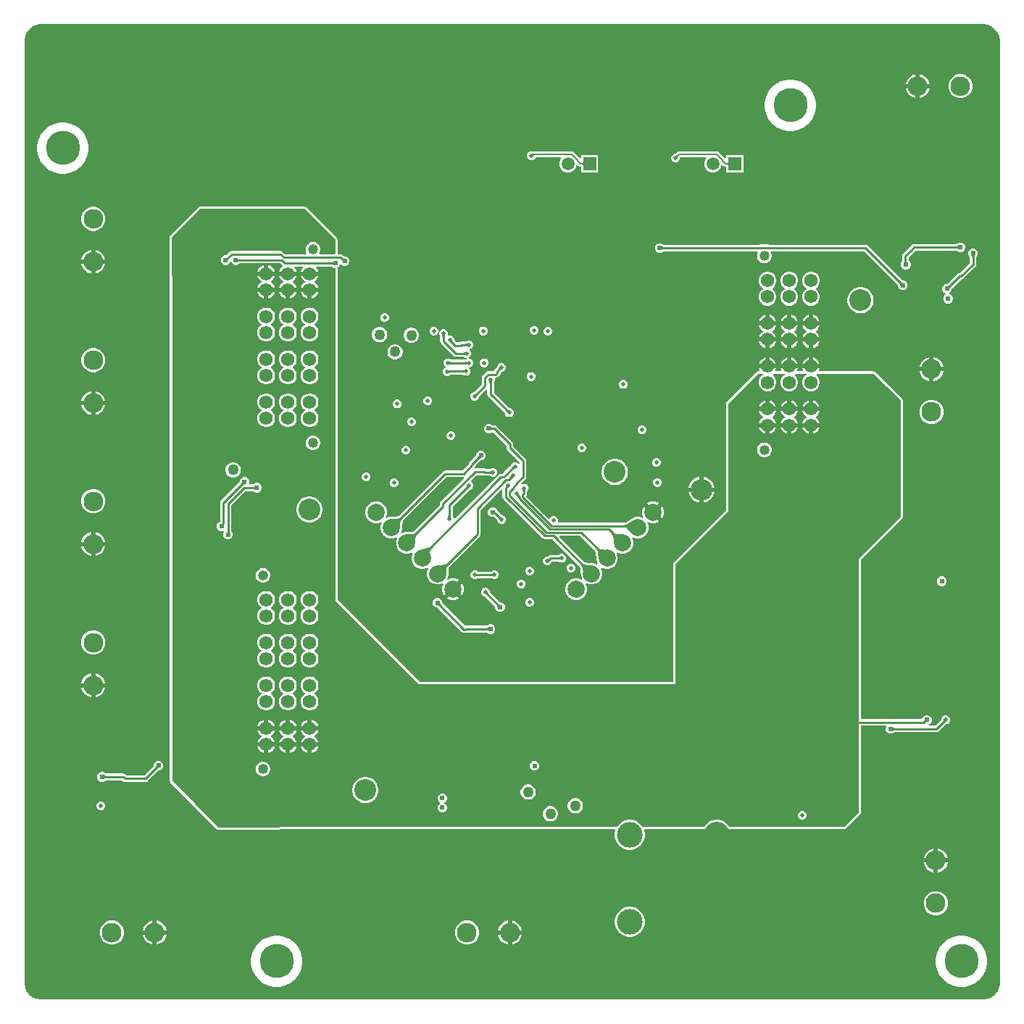
<source format=gbl>
G04*
G04 #@! TF.GenerationSoftware,Altium Limited,Altium Designer,21.6.4 (81)*
G04*
G04 Layer_Physical_Order=4*
G04 Layer_Color=16711680*
%FSLAX25Y25*%
%MOIN*%
G70*
G04*
G04 #@! TF.SameCoordinates,612E0561-CA96-4152-8DAB-8F70A6F423CF*
G04*
G04*
G04 #@! TF.FilePolarity,Positive*
G04*
G01*
G75*
%ADD17C,0.01000*%
%ADD123C,0.00800*%
%ADD124C,0.10000*%
%ADD125C,0.04685*%
%ADD126C,0.06142*%
%ADD127C,0.09055*%
%ADD128C,0.07874*%
%ADD129C,0.11811*%
%ADD130C,0.15630*%
%ADD131C,0.05906*%
%ADD132R,0.05906X0.05906*%
%ADD133C,0.02400*%
%ADD134C,0.02000*%
%ADD135C,0.05000*%
G36*
X326968Y430726D02*
X328416Y430126D01*
X329720Y429254D01*
X330829Y428146D01*
X331700Y426842D01*
X332300Y425393D01*
X332607Y423855D01*
Y423071D01*
Y-9685D01*
Y-10469D01*
X332300Y-12007D01*
X331700Y-13456D01*
X330829Y-14760D01*
X329720Y-15869D01*
X328416Y-16740D01*
X326968Y-17340D01*
X325430Y-17646D01*
X-108894D01*
X-110432Y-17340D01*
X-111881Y-16740D01*
X-113185Y-15869D01*
X-114294Y-14760D01*
X-115165Y-13456D01*
X-115765Y-12007D01*
X-116071Y-10469D01*
Y-9685D01*
Y423071D01*
Y423855D01*
X-115765Y425393D01*
X-115165Y426842D01*
X-114294Y428146D01*
X-113185Y429254D01*
X-111881Y430126D01*
X-110432Y430726D01*
X-108894Y431032D01*
X325430D01*
X326968Y430726D01*
D02*
G37*
%LPC*%
G36*
X295787Y407955D02*
Y403500D01*
X300242D01*
X299938Y404634D01*
X299211Y405894D01*
X298181Y406923D01*
X296921Y407651D01*
X295787Y407955D01*
D02*
G37*
G36*
X293787Y407955D02*
X292654Y407651D01*
X291393Y406923D01*
X290364Y405894D01*
X289636Y404634D01*
X289333Y403500D01*
X293787D01*
Y407955D01*
D02*
G37*
G36*
Y401500D02*
X289333D01*
X289636Y400366D01*
X290364Y399106D01*
X291393Y398077D01*
X292654Y397349D01*
X293787Y397045D01*
Y401500D01*
D02*
G37*
G36*
X300242D02*
X295787D01*
Y397045D01*
X296921Y397349D01*
X298181Y398077D01*
X299211Y399106D01*
X299938Y400366D01*
X300242Y401500D01*
D02*
G37*
G36*
X315200Y408028D02*
X313745D01*
X312339Y407651D01*
X311078Y406923D01*
X310049Y405894D01*
X309321Y404634D01*
X308945Y403228D01*
Y401772D01*
X309321Y400366D01*
X310049Y399106D01*
X311078Y398077D01*
X312339Y397349D01*
X313745Y396972D01*
X315200D01*
X316606Y397349D01*
X317866Y398077D01*
X318896Y399106D01*
X319623Y400366D01*
X320000Y401772D01*
Y403228D01*
X319623Y404634D01*
X318896Y405894D01*
X317866Y406923D01*
X316606Y407651D01*
X315200Y408028D01*
D02*
G37*
G36*
X237150Y405516D02*
X235291D01*
X233454Y405225D01*
X231685Y404650D01*
X230028Y403806D01*
X228523Y402713D01*
X227208Y401398D01*
X226115Y399893D01*
X225271Y398236D01*
X224696Y396467D01*
X224406Y394631D01*
Y392771D01*
X224696Y390934D01*
X225271Y389165D01*
X226115Y387508D01*
X227208Y386004D01*
X228523Y384689D01*
X230028Y383596D01*
X231685Y382751D01*
X233454Y382177D01*
X235291Y381886D01*
X237150D01*
X238987Y382177D01*
X240756Y382751D01*
X242413Y383596D01*
X243917Y384689D01*
X245232Y386004D01*
X246325Y387508D01*
X247170Y389165D01*
X247744Y390934D01*
X248035Y392771D01*
Y394631D01*
X247744Y396467D01*
X247170Y398236D01*
X246325Y399893D01*
X245232Y401398D01*
X243917Y402713D01*
X242413Y403806D01*
X240756Y404650D01*
X238987Y405225D01*
X237150Y405516D01*
D02*
G37*
G36*
X202433Y372552D02*
X202433Y372552D01*
X185099D01*
X185099Y372552D01*
X184553Y372443D01*
X184090Y372134D01*
X184090Y372134D01*
X183413Y371457D01*
X183410Y371455D01*
X183386Y371455D01*
X183305Y371436D01*
X183012D01*
X182277Y371131D01*
X181715Y370568D01*
X181410Y369833D01*
Y369038D01*
X181715Y368303D01*
X182277Y367740D01*
X183012Y367436D01*
X183808D01*
X184543Y367740D01*
X185106Y368303D01*
X185410Y369038D01*
Y369330D01*
X185429Y369411D01*
X185430Y369435D01*
X185432Y369439D01*
X185690Y369697D01*
X197312D01*
X197503Y369235D01*
X197467Y369199D01*
X196947Y368297D01*
X196677Y367292D01*
Y366251D01*
X196947Y365246D01*
X197467Y364345D01*
X198203Y363609D01*
X199104Y363088D01*
X200109Y362819D01*
X201150D01*
X202155Y363088D01*
X203057Y363609D01*
X203793Y364345D01*
X204313Y365246D01*
X204517Y366006D01*
X205059Y366171D01*
X205468Y365762D01*
X205468Y365762D01*
X205931Y365453D01*
X206477Y365344D01*
X206677D01*
Y362819D01*
X214583D01*
Y370724D01*
X206677D01*
Y369459D01*
X206177Y369307D01*
X205992Y369584D01*
X205992Y369584D01*
X203442Y372134D01*
X202979Y372443D01*
X202433Y372552D01*
D02*
G37*
G36*
X117587Y372615D02*
X116792D01*
X116057Y372310D01*
X115494Y371748D01*
X115190Y371013D01*
Y370217D01*
X115494Y369482D01*
X116057Y368919D01*
X116792Y368615D01*
X117587D01*
X118323Y368919D01*
X118885Y369482D01*
X118974Y369697D01*
X130592D01*
X130784Y369235D01*
X130747Y369199D01*
X130227Y368297D01*
X129958Y367292D01*
Y366251D01*
X130227Y365246D01*
X130747Y364345D01*
X131483Y363609D01*
X132385Y363088D01*
X133390Y362819D01*
X134431D01*
X135436Y363088D01*
X136337Y363609D01*
X137073Y364345D01*
X137594Y365246D01*
X137797Y366006D01*
X138340Y366171D01*
X138748Y365762D01*
X138748Y365762D01*
X139211Y365453D01*
X139758Y365344D01*
X139958D01*
Y362819D01*
X147863D01*
Y370724D01*
X139958D01*
Y369459D01*
X139458Y369307D01*
X139272Y369584D01*
X139272Y369584D01*
X136723Y372134D01*
X136260Y372443D01*
X135713Y372552D01*
X135713Y372552D01*
X118114D01*
X117793Y372559D01*
X117708Y372565D01*
X117587Y372615D01*
D02*
G37*
G36*
X-97496Y385831D02*
X-99355D01*
X-101192Y385540D01*
X-102961Y384965D01*
X-104618Y384121D01*
X-106122Y383028D01*
X-107437Y381713D01*
X-108530Y380208D01*
X-109375Y378551D01*
X-109949Y376782D01*
X-110240Y374946D01*
Y373086D01*
X-109949Y371249D01*
X-109375Y369480D01*
X-108530Y367823D01*
X-107437Y366319D01*
X-106122Y365004D01*
X-104618Y363911D01*
X-102961Y363066D01*
X-101192Y362492D01*
X-99355Y362201D01*
X-97496D01*
X-95659Y362492D01*
X-93890Y363066D01*
X-92233Y363911D01*
X-90728Y365004D01*
X-89413Y366319D01*
X-88320Y367823D01*
X-87476Y369480D01*
X-86901Y371249D01*
X-86610Y373086D01*
Y374946D01*
X-86901Y376782D01*
X-87476Y378551D01*
X-88320Y380208D01*
X-89413Y381713D01*
X-90728Y383028D01*
X-92233Y384121D01*
X-93890Y384965D01*
X-95659Y385540D01*
X-97496Y385831D01*
D02*
G37*
G36*
X12630Y347057D02*
X-33870D01*
X-33883Y347054D01*
X-33896Y347057D01*
X-35396Y347019D01*
X-35577Y346978D01*
X-35760Y346942D01*
X-35771Y346935D01*
X-35784Y346932D01*
X-35936Y346824D01*
X-36091Y346721D01*
X-49091Y333721D01*
X-49312Y333390D01*
X-49390Y333000D01*
Y315260D01*
X-49312Y314870D01*
X-49130Y314597D01*
X-49130Y83000D01*
X-49092Y82808D01*
X-49055Y82616D01*
X-49053Y82613D01*
X-49052Y82610D01*
X-48943Y82447D01*
X-48836Y82284D01*
X-27651Y60839D01*
X-27649Y60837D01*
X-27647Y60835D01*
X-27484Y60726D01*
X-27322Y60616D01*
X-27319Y60615D01*
X-27316Y60614D01*
X-27124Y60575D01*
X-26932Y60536D01*
X-26929Y60537D01*
X-26926Y60536D01*
X-25870D01*
X-25869Y60536D01*
X-25867Y60536D01*
X28130Y60724D01*
X155497D01*
X155774Y60308D01*
X155736Y60214D01*
X155470Y58880D01*
Y57520D01*
X155736Y56185D01*
X156256Y54929D01*
X157012Y53798D01*
X157974Y52836D01*
X159105Y52080D01*
X160361Y51560D01*
X161696Y51294D01*
X163056D01*
X164390Y51560D01*
X165647Y52080D01*
X166778Y52836D01*
X167739Y53798D01*
X168495Y54929D01*
X169016Y56185D01*
X169281Y57520D01*
Y58880D01*
X169016Y60214D01*
X168977Y60308D01*
X169255Y60724D01*
X196438D01*
X196537Y60743D01*
X196637D01*
X196730Y60782D01*
X196828Y60801D01*
X196912Y60857D01*
X197005Y60895D01*
X197076Y60966D01*
X197159Y61022D01*
X197215Y61106D01*
X197286Y61177D01*
X197804Y61952D01*
X198624Y62771D01*
X199588Y63416D01*
X200659Y63859D01*
X201796Y64086D01*
X202955D01*
X204093Y63859D01*
X205164Y63416D01*
X206128Y62771D01*
X206947Y61952D01*
X207465Y61177D01*
X207536Y61106D01*
X207592Y61022D01*
X207676Y60966D01*
X207747Y60895D01*
X207839Y60857D01*
X207923Y60801D01*
X208021Y60782D01*
X208114Y60743D01*
X208215D01*
X208313Y60724D01*
X260890D01*
X261280Y60801D01*
X261611Y61022D01*
X268464Y67876D01*
X268685Y68207D01*
X268763Y68597D01*
Y108371D01*
X280112D01*
X280397Y107871D01*
X280154Y107286D01*
Y106410D01*
X280489Y105602D01*
X281108Y104983D01*
X281917Y104648D01*
X282792D01*
X283600Y104983D01*
X283836Y105218D01*
X283905Y105261D01*
X283940Y105293D01*
X283941Y105294D01*
X283947Y105297D01*
X283960Y105302D01*
X283980Y105308D01*
X284011Y105315D01*
X284031Y105319D01*
X303525D01*
X304110Y105435D01*
X304606Y105767D01*
X307824Y108985D01*
X308059D01*
X308794Y109289D01*
X309357Y109852D01*
X309661Y110587D01*
Y111382D01*
X309357Y112118D01*
X308794Y112680D01*
X308059Y112985D01*
X307263D01*
X306528Y112680D01*
X305966Y112118D01*
X305661Y111382D01*
Y111149D01*
X305656Y111143D01*
X302891Y108377D01*
X299791D01*
X299691Y108877D01*
X300276Y109120D01*
X300895Y109739D01*
X301230Y110547D01*
Y111422D01*
X300895Y112231D01*
X300276Y112850D01*
X299467Y113185D01*
X298592D01*
X297784Y112850D01*
X297165Y112231D01*
X296833Y111429D01*
X268763D01*
Y184854D01*
X287611Y203702D01*
X287832Y204032D01*
X287909Y204423D01*
Y258017D01*
X287908Y258025D01*
X287909Y258032D01*
X287869Y258219D01*
X287832Y258407D01*
X287827Y258414D01*
X287826Y258421D01*
X287717Y258579D01*
X287611Y258738D01*
X287604Y258742D01*
X287599Y258749D01*
X274935Y271032D01*
X274774Y271136D01*
X274615Y271242D01*
X274607Y271244D01*
X274601Y271248D01*
X274412Y271282D01*
X274225Y271320D01*
X249556D01*
X249306Y271753D01*
X249523Y272129D01*
X249676Y272700D01*
X245730D01*
X241783D01*
X241936Y272129D01*
X242154Y271753D01*
X241903Y271320D01*
X239556D01*
X239306Y271753D01*
X239523Y272129D01*
X239676Y272700D01*
X235730D01*
X231783D01*
X231936Y272129D01*
X232154Y271753D01*
X231904Y271320D01*
X229556D01*
X229306Y271753D01*
X229523Y272129D01*
X229676Y272700D01*
X225730D01*
X221783D01*
X221936Y272129D01*
X222153Y271753D01*
X221903Y271320D01*
X221430D01*
X221040Y271242D01*
X220709Y271021D01*
X207210Y257522D01*
X206909Y257321D01*
X206688Y256990D01*
X206610Y256600D01*
Y207477D01*
X182647Y183514D01*
X182426Y183183D01*
X182348Y182793D01*
Y128334D01*
X65904D01*
X27909Y166330D01*
Y318824D01*
X27865Y319047D01*
X28136Y319159D01*
X28755Y319778D01*
X29062Y320521D01*
X29340Y320638D01*
X29590Y320689D01*
X30044Y320235D01*
X30852Y319900D01*
X31727D01*
X32536Y320235D01*
X33155Y320854D01*
X33490Y321662D01*
Y322538D01*
X33155Y323346D01*
X32536Y323965D01*
X31727Y324300D01*
X30874D01*
X30368Y324806D01*
X29872Y325137D01*
X29286Y325254D01*
X28341D01*
X28289Y325273D01*
X28016Y325508D01*
X27909Y325644D01*
Y332000D01*
X27908Y332005D01*
X27909Y332009D01*
X27870Y332200D01*
X27832Y332390D01*
X27829Y332394D01*
X27828Y332399D01*
X27719Y332559D01*
X27611Y332721D01*
X27607Y332724D01*
X27604Y332728D01*
X13423Y346650D01*
X13351Y346758D01*
X13020Y346979D01*
X12630Y347057D01*
D02*
G37*
G36*
X-83642Y346984D02*
X-85098D01*
X-86504Y346607D01*
X-87764Y345880D01*
X-88793Y344851D01*
X-89521Y343590D01*
X-89898Y342184D01*
Y340729D01*
X-89521Y339323D01*
X-88793Y338063D01*
X-87764Y337034D01*
X-86504Y336306D01*
X-85098Y335929D01*
X-83642D01*
X-82237Y336306D01*
X-80976Y337034D01*
X-79947Y338063D01*
X-79219Y339323D01*
X-78843Y340729D01*
Y342184D01*
X-79219Y343590D01*
X-79947Y344851D01*
X-80976Y345880D01*
X-82237Y346607D01*
X-83642Y346984D01*
D02*
G37*
G36*
X314931Y330634D02*
X314056D01*
X313247Y330299D01*
X313012Y330064D01*
X312943Y330021D01*
X312908Y329989D01*
X312907Y329988D01*
X312901Y329985D01*
X312888Y329980D01*
X312867Y329974D01*
X312837Y329967D01*
X312816Y329964D01*
X293179D01*
X292594Y329847D01*
X292098Y329516D01*
X290922Y328341D01*
X290922Y328340D01*
X288056Y325474D01*
X287725Y324978D01*
X287608Y324393D01*
Y321982D01*
X287605Y321952D01*
X287596Y321903D01*
X287586Y321861D01*
X287576Y321828D01*
X287566Y321801D01*
X287559Y321786D01*
X287482Y321709D01*
X287147Y320901D01*
Y320025D01*
X287482Y319217D01*
X288101Y318598D01*
X288910Y318263D01*
X289785D01*
X290593Y318598D01*
X291212Y319217D01*
X291547Y320025D01*
Y320901D01*
X291212Y321709D01*
X290667Y322254D01*
Y323760D01*
X293085Y326178D01*
X293085Y326178D01*
X293812Y326905D01*
X312816D01*
X312837Y326902D01*
X312867Y326895D01*
X312888Y326888D01*
X312901Y326883D01*
X312907Y326880D01*
X312908Y326879D01*
X312943Y326847D01*
X313012Y326804D01*
X313247Y326569D01*
X314056Y326234D01*
X314931D01*
X315740Y326569D01*
X316358Y327188D01*
X316693Y327997D01*
Y328872D01*
X316358Y329680D01*
X315740Y330299D01*
X314931Y330634D01*
D02*
G37*
G36*
X-83370Y327226D02*
Y322772D01*
X-78916D01*
X-79219Y323905D01*
X-79947Y325166D01*
X-80976Y326195D01*
X-82237Y326922D01*
X-83370Y327226D01*
D02*
G37*
G36*
X-85370D02*
X-86504Y326922D01*
X-87764Y326195D01*
X-88793Y325166D01*
X-89521Y323905D01*
X-89825Y322772D01*
X-85370D01*
Y327226D01*
D02*
G37*
G36*
X-78916Y320772D02*
X-83370D01*
Y316317D01*
X-82237Y316621D01*
X-80976Y317349D01*
X-79947Y318378D01*
X-79219Y319638D01*
X-78916Y320772D01*
D02*
G37*
G36*
X-85370D02*
X-89825D01*
X-89521Y319638D01*
X-88793Y318378D01*
X-87764Y317349D01*
X-86504Y316621D01*
X-85370Y316317D01*
Y320772D01*
D02*
G37*
G36*
X176638Y330300D02*
X175762D01*
X174954Y329965D01*
X174335Y329346D01*
X174000Y328538D01*
Y327662D01*
X174335Y326854D01*
X174954Y326235D01*
X175762Y325900D01*
X176638D01*
X177446Y326235D01*
X177682Y326470D01*
X177751Y326513D01*
X177785Y326545D01*
X177787Y326546D01*
X177793Y326549D01*
X177805Y326554D01*
X177826Y326560D01*
X177856Y326567D01*
X177877Y326571D01*
X221045D01*
X221334Y326071D01*
X221119Y325699D01*
X220891Y324849D01*
Y323969D01*
X221119Y323118D01*
X221559Y322356D01*
X222181Y321734D01*
X222944Y321294D01*
X223794Y321066D01*
X224674D01*
X225524Y321294D01*
X226286Y321734D01*
X226908Y322356D01*
X227348Y323118D01*
X227576Y323969D01*
Y324849D01*
X227348Y325699D01*
X227134Y326071D01*
X227422Y326571D01*
X270205D01*
X285733Y311044D01*
X285745Y311027D01*
X285762Y311000D01*
X285772Y310981D01*
X285777Y310969D01*
X285779Y310962D01*
X285779Y310960D01*
X285781Y310914D01*
X285800Y310834D01*
Y310501D01*
X286135Y309693D01*
X286754Y309074D01*
X287562Y308739D01*
X288438D01*
X289246Y309074D01*
X289865Y309693D01*
X290200Y310501D01*
Y311377D01*
X289865Y312185D01*
X289246Y312804D01*
X288438Y313139D01*
X288105D01*
X288025Y313158D01*
X287979Y313160D01*
X287977Y313160D01*
X287970Y313162D01*
X287958Y313167D01*
X287939Y313177D01*
X287913Y313194D01*
X287895Y313206D01*
X271920Y329181D01*
X271424Y329513D01*
X270839Y329629D01*
X226463D01*
X226411Y329664D01*
X225825Y329781D01*
X222642D01*
X222057Y329664D01*
X222005Y329629D01*
X177877D01*
X177856Y329633D01*
X177826Y329640D01*
X177805Y329646D01*
X177793Y329651D01*
X177787Y329654D01*
X177785Y329655D01*
X177751Y329687D01*
X177682Y329730D01*
X177446Y329965D01*
X176638Y330300D01*
D02*
G37*
G36*
X320674Y327840D02*
X319799D01*
X318990Y327505D01*
X318372Y326886D01*
X318037Y326077D01*
Y325202D01*
X318372Y324393D01*
X318607Y324158D01*
X318650Y324089D01*
X318682Y324054D01*
X318683Y324053D01*
X318686Y324047D01*
X318691Y324034D01*
X318697Y324014D01*
X318704Y323983D01*
X318707Y323962D01*
Y321140D01*
X314160Y316593D01*
X314024D01*
X313439Y316477D01*
X312943Y316145D01*
X308418Y311620D01*
X308401Y311608D01*
X308374Y311591D01*
X308355Y311581D01*
X308343Y311576D01*
X308336Y311574D01*
X308335Y311574D01*
X308288Y311572D01*
X308209Y311553D01*
X307876D01*
X307067Y311218D01*
X306448Y310599D01*
X306113Y309790D01*
Y308915D01*
X306448Y308107D01*
X307067Y307488D01*
X307623Y307257D01*
Y306716D01*
X307524Y306675D01*
X306905Y306056D01*
X306571Y305248D01*
Y304373D01*
X306905Y303564D01*
X307524Y302945D01*
X308333Y302610D01*
X309208D01*
X310017Y302945D01*
X310636Y303564D01*
X310970Y304373D01*
Y305248D01*
X310636Y306056D01*
X310017Y306675D01*
X309460Y306906D01*
Y307447D01*
X309560Y307488D01*
X310178Y308107D01*
X310513Y308915D01*
Y309248D01*
X310532Y309328D01*
X310534Y309374D01*
X310534Y309376D01*
X310536Y309383D01*
X310542Y309395D01*
X310552Y309414D01*
X310568Y309440D01*
X310581Y309457D01*
X314658Y313534D01*
X314794D01*
X315379Y313651D01*
X315875Y313982D01*
X321318Y319426D01*
X321650Y319922D01*
X321766Y320507D01*
Y323962D01*
X321769Y323983D01*
X321776Y324014D01*
X321783Y324034D01*
X321788Y324047D01*
X321791Y324053D01*
X321792Y324054D01*
X321824Y324089D01*
X321866Y324158D01*
X322102Y324393D01*
X322437Y325202D01*
Y326077D01*
X322102Y326886D01*
X321483Y327505D01*
X320674Y327840D01*
D02*
G37*
G36*
X246266Y317141D02*
X245194D01*
X244159Y316863D01*
X243230Y316328D01*
X242472Y315570D01*
X241936Y314641D01*
X241659Y313606D01*
Y312534D01*
X241936Y311499D01*
X242472Y310571D01*
X243230Y309813D01*
X243565Y309619D01*
Y309119D01*
X243230Y308926D01*
X242472Y308168D01*
X241936Y307240D01*
X241659Y306204D01*
Y305133D01*
X241936Y304097D01*
X242472Y303169D01*
X243230Y302411D01*
X244159Y301875D01*
X245194Y301598D01*
X246266D01*
X247301Y301875D01*
X248229Y302411D01*
X248987Y303169D01*
X249523Y304097D01*
X249801Y305133D01*
Y306204D01*
X249523Y307240D01*
X248987Y308168D01*
X248229Y308926D01*
X247895Y309119D01*
Y309619D01*
X248229Y309813D01*
X248987Y310571D01*
X249523Y311499D01*
X249801Y312534D01*
Y313606D01*
X249523Y314641D01*
X248987Y315570D01*
X248229Y316328D01*
X247301Y316863D01*
X246266Y317141D01*
D02*
G37*
G36*
X236266D02*
X235194D01*
X234158Y316863D01*
X233230Y316328D01*
X232472Y315570D01*
X231936Y314641D01*
X231659Y313606D01*
Y312534D01*
X231936Y311499D01*
X232472Y310571D01*
X233230Y309813D01*
X233565Y309619D01*
Y309119D01*
X233230Y308926D01*
X232472Y308168D01*
X231936Y307240D01*
X231659Y306204D01*
Y305133D01*
X231936Y304097D01*
X232472Y303169D01*
X233230Y302411D01*
X234158Y301875D01*
X235194Y301598D01*
X236266D01*
X237301Y301875D01*
X238229Y302411D01*
X238987Y303169D01*
X239523Y304097D01*
X239801Y305133D01*
Y306204D01*
X239523Y307240D01*
X238987Y308168D01*
X238229Y308926D01*
X237895Y309119D01*
Y309619D01*
X238229Y309813D01*
X238987Y310571D01*
X239523Y311499D01*
X239801Y312534D01*
Y313606D01*
X239523Y314641D01*
X238987Y315570D01*
X238229Y316328D01*
X237301Y316863D01*
X236266Y317141D01*
D02*
G37*
G36*
X226266D02*
X225194D01*
X224159Y316863D01*
X223230Y316328D01*
X222472Y315570D01*
X221936Y314641D01*
X221659Y313606D01*
Y312534D01*
X221936Y311499D01*
X222472Y310571D01*
X223230Y309813D01*
X223565Y309619D01*
Y309119D01*
X223230Y308926D01*
X222472Y308168D01*
X221936Y307240D01*
X221659Y306204D01*
Y305133D01*
X221936Y304097D01*
X222472Y303169D01*
X223230Y302411D01*
X224159Y301875D01*
X225194Y301598D01*
X226266D01*
X227301Y301875D01*
X228229Y302411D01*
X228987Y303169D01*
X229523Y304097D01*
X229801Y305133D01*
Y306204D01*
X229523Y307240D01*
X228987Y308168D01*
X228229Y308926D01*
X227895Y309119D01*
Y309619D01*
X228229Y309813D01*
X228987Y310571D01*
X229523Y311499D01*
X229801Y312534D01*
Y313606D01*
X229523Y314641D01*
X228987Y315570D01*
X228229Y316328D01*
X227301Y316863D01*
X226266Y317141D01*
D02*
G37*
G36*
X269121Y310000D02*
X267939D01*
X266780Y309769D01*
X265688Y309317D01*
X264705Y308661D01*
X263869Y307825D01*
X263213Y306842D01*
X262760Y305750D01*
X262530Y304591D01*
Y303409D01*
X262760Y302250D01*
X263213Y301158D01*
X263869Y300175D01*
X264705Y299340D01*
X265688Y298683D01*
X266780Y298231D01*
X267939Y298000D01*
X269121D01*
X270280Y298231D01*
X271372Y298683D01*
X272355Y299340D01*
X273190Y300175D01*
X273847Y301158D01*
X274299Y302250D01*
X274530Y303409D01*
Y304591D01*
X274299Y305750D01*
X273847Y306842D01*
X273190Y307825D01*
X272355Y308661D01*
X271372Y309317D01*
X270280Y309769D01*
X269121Y310000D01*
D02*
G37*
G36*
X246730Y297332D02*
Y294385D01*
X249676D01*
X249523Y294956D01*
X248987Y295885D01*
X248229Y296642D01*
X247301Y297179D01*
X246730Y297332D01*
D02*
G37*
G36*
X236730D02*
Y294385D01*
X239676D01*
X239523Y294956D01*
X238987Y295885D01*
X238229Y296642D01*
X237301Y297179D01*
X236730Y297332D01*
D02*
G37*
G36*
X226730D02*
Y294385D01*
X229676D01*
X229523Y294956D01*
X228987Y295885D01*
X228229Y296642D01*
X227301Y297179D01*
X226730Y297332D01*
D02*
G37*
G36*
X244730D02*
X244159Y297179D01*
X243230Y296642D01*
X242472Y295885D01*
X241936Y294956D01*
X241783Y294385D01*
X244730D01*
Y297332D01*
D02*
G37*
G36*
X234730D02*
X234158Y297179D01*
X233230Y296642D01*
X232472Y295885D01*
X231936Y294956D01*
X231783Y294385D01*
X234730D01*
Y297332D01*
D02*
G37*
G36*
X224730D02*
X224159Y297179D01*
X223230Y296642D01*
X222472Y295885D01*
X221936Y294956D01*
X221783Y294385D01*
X224730D01*
Y297332D01*
D02*
G37*
G36*
X50028Y298000D02*
X49232D01*
X48497Y297695D01*
X47934Y297133D01*
X47630Y296398D01*
Y295602D01*
X47934Y294867D01*
X48497Y294304D01*
X49232Y294000D01*
X50028D01*
X50763Y294304D01*
X51325Y294867D01*
X51630Y295602D01*
Y296398D01*
X51325Y297133D01*
X50763Y297695D01*
X50028Y298000D01*
D02*
G37*
G36*
X118764Y292170D02*
X117969D01*
X117234Y291865D01*
X116671Y291303D01*
X116367Y290568D01*
Y289772D01*
X116671Y289037D01*
X117234Y288474D01*
X117969Y288170D01*
X118764D01*
X119500Y288474D01*
X120062Y289037D01*
X120367Y289772D01*
Y290568D01*
X120062Y291303D01*
X119500Y291865D01*
X118764Y292170D01*
D02*
G37*
G36*
X95352Y291939D02*
X94556D01*
X93821Y291635D01*
X93258Y291072D01*
X92954Y290337D01*
Y289542D01*
X93258Y288807D01*
X93821Y288244D01*
X94556Y287939D01*
X95352D01*
X96087Y288244D01*
X96649Y288807D01*
X96954Y289542D01*
Y290337D01*
X96649Y291072D01*
X96087Y291635D01*
X95352Y291939D01*
D02*
G37*
G36*
X72637Y291811D02*
X71841D01*
X71106Y291506D01*
X70543Y290944D01*
X70239Y290209D01*
Y289413D01*
X70543Y288678D01*
X71106Y288115D01*
X71841Y287811D01*
X72637D01*
X73372Y288115D01*
X73935Y288678D01*
X74239Y289413D01*
Y290209D01*
X73935Y290944D01*
X73372Y291506D01*
X72637Y291811D01*
D02*
G37*
G36*
X125087Y291715D02*
X124292D01*
X123557Y291410D01*
X122994Y290848D01*
X122690Y290113D01*
Y289317D01*
X122994Y288582D01*
X123557Y288019D01*
X124292Y287715D01*
X125087D01*
X125823Y288019D01*
X126385Y288582D01*
X126690Y289317D01*
Y290113D01*
X126385Y290848D01*
X125823Y291410D01*
X125087Y291715D01*
D02*
G37*
G36*
X249676Y292385D02*
X245730D01*
X241783D01*
X241936Y291814D01*
X242472Y290885D01*
X243230Y290127D01*
X243565Y289934D01*
Y289434D01*
X243230Y289241D01*
X242472Y288483D01*
X241936Y287555D01*
X241783Y286983D01*
X245730D01*
X249676D01*
X249523Y287555D01*
X248987Y288483D01*
X248229Y289241D01*
X247895Y289434D01*
Y289934D01*
X248229Y290127D01*
X248987Y290885D01*
X249523Y291814D01*
X249676Y292385D01*
D02*
G37*
G36*
X239676D02*
X235730D01*
X231783D01*
X231936Y291814D01*
X232472Y290885D01*
X233230Y290127D01*
X233565Y289934D01*
Y289434D01*
X233230Y289241D01*
X232472Y288483D01*
X231936Y287555D01*
X231783Y286983D01*
X235730D01*
X239676D01*
X239523Y287555D01*
X238987Y288483D01*
X238229Y289241D01*
X237895Y289434D01*
Y289934D01*
X238229Y290127D01*
X238987Y290885D01*
X239523Y291814D01*
X239676Y292385D01*
D02*
G37*
G36*
X229676D02*
X225730D01*
X221783D01*
X221936Y291814D01*
X222472Y290885D01*
X223230Y290127D01*
X223565Y289934D01*
Y289434D01*
X223230Y289241D01*
X222472Y288483D01*
X221936Y287555D01*
X221783Y286983D01*
X225730D01*
X229676D01*
X229523Y287555D01*
X228987Y288483D01*
X228229Y289241D01*
X227895Y289434D01*
Y289934D01*
X228229Y290127D01*
X228987Y290885D01*
X229523Y291814D01*
X229676Y292385D01*
D02*
G37*
G36*
X47777Y291678D02*
X46856D01*
X45965Y291439D01*
X45167Y290979D01*
X44516Y290327D01*
X44055Y289529D01*
X43816Y288639D01*
Y287717D01*
X44055Y286827D01*
X44516Y286029D01*
X45167Y285377D01*
X45965Y284916D01*
X46856Y284678D01*
X47777D01*
X48667Y284916D01*
X49466Y285377D01*
X50117Y286029D01*
X50578Y286827D01*
X50816Y287717D01*
Y288639D01*
X50578Y289529D01*
X50117Y290327D01*
X49466Y290979D01*
X48667Y291439D01*
X47777Y291678D01*
D02*
G37*
G36*
X62350Y291415D02*
X61429D01*
X60539Y291176D01*
X59741Y290716D01*
X59089Y290064D01*
X58628Y289266D01*
X58390Y288376D01*
Y287454D01*
X58628Y286564D01*
X59089Y285766D01*
X59741Y285114D01*
X60539Y284653D01*
X61429Y284415D01*
X62350D01*
X63241Y284653D01*
X64039Y285114D01*
X64690Y285766D01*
X65151Y286564D01*
X65390Y287454D01*
Y288376D01*
X65151Y289266D01*
X64690Y290064D01*
X64039Y290716D01*
X63241Y291176D01*
X62350Y291415D01*
D02*
G37*
G36*
X249676Y284983D02*
X246730D01*
Y282037D01*
X247301Y282190D01*
X248229Y282726D01*
X248987Y283484D01*
X249523Y284412D01*
X249676Y284983D01*
D02*
G37*
G36*
X239676D02*
X236730D01*
Y282037D01*
X237301Y282190D01*
X238229Y282726D01*
X238987Y283484D01*
X239523Y284412D01*
X239676Y284983D01*
D02*
G37*
G36*
X229676D02*
X226730D01*
Y282037D01*
X227301Y282190D01*
X228229Y282726D01*
X228987Y283484D01*
X229523Y284412D01*
X229676Y284983D01*
D02*
G37*
G36*
X234730D02*
X231783D01*
X231936Y284412D01*
X232472Y283484D01*
X233230Y282726D01*
X234158Y282190D01*
X234730Y282037D01*
Y284983D01*
D02*
G37*
G36*
X244730D02*
X241783D01*
X241936Y284412D01*
X242472Y283484D01*
X243230Y282726D01*
X244159Y282190D01*
X244730Y282037D01*
Y284983D01*
D02*
G37*
G36*
X224730D02*
X221783D01*
X221936Y284412D01*
X222472Y283484D01*
X223230Y282726D01*
X224159Y282190D01*
X224730Y282037D01*
Y284983D01*
D02*
G37*
G36*
X54851Y283815D02*
X53929D01*
X53039Y283576D01*
X52241Y283116D01*
X51589Y282464D01*
X51128Y281666D01*
X50890Y280776D01*
Y279854D01*
X51128Y278964D01*
X51589Y278166D01*
X52241Y277514D01*
X53039Y277053D01*
X53929Y276815D01*
X54851D01*
X55741Y277053D01*
X56539Y277514D01*
X57190Y278166D01*
X57651Y278964D01*
X57890Y279854D01*
Y280776D01*
X57651Y281666D01*
X57190Y282464D01*
X56539Y283116D01*
X55741Y283576D01*
X54851Y283815D01*
D02*
G37*
G36*
X77098Y290769D02*
X76302D01*
X75567Y290465D01*
X75004Y289902D01*
X74700Y289167D01*
Y288371D01*
X75004Y287636D01*
X75178Y287463D01*
X75178Y287457D01*
Y285238D01*
X75295Y284653D01*
X75626Y284156D01*
X81249Y278534D01*
X81745Y278202D01*
X82331Y278085D01*
X85966D01*
X86195Y277857D01*
X86930Y277553D01*
X87292D01*
X87391Y277053D01*
X87100Y276932D01*
X86963Y276795D01*
X86951Y276795D01*
X80017D01*
X79823Y276989D01*
X79088Y277294D01*
X78292D01*
X77557Y276989D01*
X76994Y276427D01*
X76690Y275692D01*
Y274896D01*
X76994Y274161D01*
X77557Y273598D01*
X77557Y273057D01*
X77298Y272950D01*
X76736Y272388D01*
X76431Y271652D01*
Y270857D01*
X76736Y270122D01*
X77298Y269559D01*
X78034Y269255D01*
X78829D01*
X79564Y269559D01*
X79796Y269791D01*
X85791D01*
X85957Y269625D01*
X86692Y269321D01*
X87488D01*
X88223Y269625D01*
X88785Y270188D01*
X89090Y270923D01*
Y271719D01*
X88785Y272454D01*
X88502Y272737D01*
X88573Y273012D01*
X88686Y273260D01*
X89365Y273541D01*
X89928Y274104D01*
X90232Y274839D01*
Y275634D01*
X89928Y276369D01*
X89365Y276932D01*
X88630Y277237D01*
X88269D01*
X88169Y277736D01*
X88460Y277857D01*
X89023Y278420D01*
X89328Y279155D01*
Y279950D01*
X89023Y280686D01*
X88691Y281018D01*
X88690Y281157D01*
X88837Y281578D01*
X89423Y281821D01*
X89985Y282384D01*
X90290Y283119D01*
Y283914D01*
X89985Y284649D01*
X89423Y285212D01*
X88687Y285517D01*
X87892D01*
X87157Y285212D01*
X86991Y285047D01*
X86984Y285046D01*
X85152D01*
X84567Y284929D01*
X84257Y284722D01*
X82596D01*
X81660Y285658D01*
Y286219D01*
X81356Y286953D01*
X80793Y287516D01*
X80058Y287821D01*
X79263D01*
X78961Y287696D01*
X78579Y288079D01*
X78700Y288371D01*
Y289167D01*
X78395Y289902D01*
X77833Y290465D01*
X77098Y290769D01*
D02*
G37*
G36*
X246730Y277646D02*
Y274700D01*
X249676D01*
X249523Y275271D01*
X248987Y276200D01*
X248229Y276958D01*
X247301Y277493D01*
X246730Y277646D01*
D02*
G37*
G36*
X236730D02*
Y274700D01*
X239676D01*
X239523Y275271D01*
X238987Y276200D01*
X238229Y276958D01*
X237301Y277493D01*
X236730Y277646D01*
D02*
G37*
G36*
X226730D02*
Y274700D01*
X229676D01*
X229523Y275271D01*
X228987Y276200D01*
X228229Y276958D01*
X227301Y277493D01*
X226730Y277646D01*
D02*
G37*
G36*
X244730D02*
X244159Y277493D01*
X243230Y276958D01*
X242472Y276200D01*
X241936Y275271D01*
X241783Y274700D01*
X244730D01*
Y277646D01*
D02*
G37*
G36*
X234730D02*
X234158Y277493D01*
X233230Y276958D01*
X232472Y276200D01*
X231936Y275271D01*
X231783Y274700D01*
X234730D01*
Y277646D01*
D02*
G37*
G36*
X224730D02*
X224159Y277493D01*
X223230Y276958D01*
X222472Y276200D01*
X221936Y275271D01*
X221783Y274700D01*
X224730D01*
Y277646D01*
D02*
G37*
G36*
X302130Y277797D02*
Y273342D01*
X306584D01*
X306281Y274476D01*
X305553Y275736D01*
X304524Y276766D01*
X303263Y277493D01*
X302130Y277797D01*
D02*
G37*
G36*
X300130D02*
X298996Y277493D01*
X297736Y276766D01*
X296707Y275736D01*
X295979Y274476D01*
X295675Y273342D01*
X300130D01*
Y277797D01*
D02*
G37*
G36*
X95843Y277294D02*
X95048D01*
X94313Y276989D01*
X93750Y276427D01*
X93446Y275692D01*
Y274896D01*
X93750Y274161D01*
X94313Y273598D01*
X95048Y273294D01*
X95843D01*
X96579Y273598D01*
X97141Y274161D01*
X97446Y274896D01*
Y275692D01*
X97141Y276427D01*
X96579Y276989D01*
X95843Y277294D01*
D02*
G37*
G36*
X-83642Y281984D02*
X-85098D01*
X-86504Y281608D01*
X-87764Y280880D01*
X-88793Y279851D01*
X-89521Y278590D01*
X-89898Y277184D01*
Y275729D01*
X-89521Y274323D01*
X-88793Y273063D01*
X-87764Y272034D01*
X-86504Y271306D01*
X-85098Y270929D01*
X-83642D01*
X-82237Y271306D01*
X-80976Y272034D01*
X-79947Y273063D01*
X-79219Y274323D01*
X-78843Y275729D01*
Y277184D01*
X-79219Y278590D01*
X-79947Y279851D01*
X-80976Y280880D01*
X-82237Y281608D01*
X-83642Y281984D01*
D02*
G37*
G36*
X117323Y270940D02*
X116527D01*
X115792Y270636D01*
X115229Y270073D01*
X114925Y269338D01*
Y268542D01*
X115229Y267807D01*
X115792Y267245D01*
X116527Y266940D01*
X117323D01*
X118058Y267245D01*
X118620Y267807D01*
X118925Y268542D01*
Y269338D01*
X118620Y270073D01*
X118058Y270636D01*
X117323Y270940D01*
D02*
G37*
G36*
X306584Y271342D02*
X302130D01*
Y266888D01*
X303263Y267192D01*
X304524Y267919D01*
X305553Y268949D01*
X306281Y270209D01*
X306584Y271342D01*
D02*
G37*
G36*
X300130D02*
X295675D01*
X295979Y270209D01*
X296707Y268949D01*
X297736Y267919D01*
X298996Y267192D01*
X300130Y266888D01*
Y271342D01*
D02*
G37*
G36*
X159774Y267326D02*
X158978D01*
X158243Y267022D01*
X157680Y266459D01*
X157376Y265724D01*
Y264928D01*
X157680Y264193D01*
X158243Y263631D01*
X158978Y263326D01*
X159774D01*
X160509Y263631D01*
X161071Y264193D01*
X161376Y264928D01*
Y265724D01*
X161071Y266459D01*
X160509Y267022D01*
X159774Y267326D01*
D02*
G37*
G36*
X-83370Y262226D02*
Y257772D01*
X-78916D01*
X-79219Y258905D01*
X-79947Y260166D01*
X-80976Y261195D01*
X-82237Y261923D01*
X-83370Y262226D01*
D02*
G37*
G36*
X-85370D02*
X-86504Y261923D01*
X-87764Y261195D01*
X-88793Y260166D01*
X-89521Y258905D01*
X-89825Y257772D01*
X-85370D01*
Y262226D01*
D02*
G37*
G36*
X69836Y259757D02*
X69040D01*
X68305Y259452D01*
X67742Y258890D01*
X67438Y258155D01*
Y257359D01*
X67742Y256624D01*
X68305Y256061D01*
X69040Y255757D01*
X69836D01*
X70571Y256061D01*
X71133Y256624D01*
X71438Y257359D01*
Y258155D01*
X71133Y258890D01*
X70571Y259452D01*
X69836Y259757D01*
D02*
G37*
G36*
X55787Y258315D02*
X54992D01*
X54257Y258011D01*
X53694Y257448D01*
X53390Y256713D01*
Y255917D01*
X53694Y255182D01*
X54257Y254619D01*
X54992Y254315D01*
X55787D01*
X56523Y254619D01*
X57085Y255182D01*
X57390Y255917D01*
Y256713D01*
X57085Y257448D01*
X56523Y258011D01*
X55787Y258315D01*
D02*
G37*
G36*
X-78916Y255772D02*
X-83370D01*
Y251317D01*
X-82237Y251621D01*
X-80976Y252348D01*
X-79947Y253378D01*
X-79219Y254638D01*
X-78916Y255772D01*
D02*
G37*
G36*
X-85370D02*
X-89825D01*
X-89521Y254638D01*
X-88793Y253378D01*
X-87764Y252348D01*
X-86504Y251621D01*
X-85370Y251317D01*
Y255772D01*
D02*
G37*
G36*
X103643Y275153D02*
X102848D01*
X102113Y274848D01*
X101550Y274286D01*
X101245Y273550D01*
Y273198D01*
X100455Y272407D01*
X100124Y271911D01*
X100046Y271518D01*
X99968Y271440D01*
X97316D01*
X96731Y271324D01*
X96235Y270992D01*
X94770Y269528D01*
X94439Y269032D01*
X94322Y268446D01*
Y265338D01*
X90824Y261839D01*
X90588D01*
X89854Y261535D01*
X89291Y260972D01*
X88986Y260237D01*
Y259441D01*
X89291Y258706D01*
X89854Y258144D01*
X90588Y257839D01*
X91384D01*
X92119Y258144D01*
X92682Y258706D01*
X92986Y259441D01*
Y259675D01*
X92991Y259681D01*
X96360Y263050D01*
X96822Y262859D01*
Y260853D01*
X96939Y260267D01*
X97270Y259771D01*
X104890Y252152D01*
Y251917D01*
X105194Y251182D01*
X105757Y250619D01*
X106492Y250315D01*
X107288D01*
X108023Y250619D01*
X108585Y251182D01*
X108890Y251917D01*
Y252713D01*
X108585Y253448D01*
X108023Y254010D01*
X107288Y254315D01*
X107053D01*
X107047Y254320D01*
X99881Y261486D01*
Y266112D01*
X100047Y266278D01*
X100352Y267013D01*
Y267809D01*
X100287Y267966D01*
X100507Y268296D01*
X100652Y268391D01*
X101187Y268498D01*
X101683Y268829D01*
X102618Y269765D01*
X102950Y270261D01*
X103028Y270654D01*
X103518Y271144D01*
X103526Y271151D01*
X103528Y271153D01*
X103643D01*
X104378Y271457D01*
X104941Y272020D01*
X105245Y272755D01*
Y273550D01*
X104941Y274286D01*
X104378Y274848D01*
X103643Y275153D01*
D02*
G37*
G36*
X301857Y258185D02*
X300402D01*
X298996Y257808D01*
X297736Y257081D01*
X296707Y256051D01*
X295979Y254791D01*
X295602Y253385D01*
Y251930D01*
X295979Y250524D01*
X296707Y249264D01*
X297736Y248234D01*
X298996Y247507D01*
X300402Y247130D01*
X301857D01*
X303263Y247507D01*
X304524Y248234D01*
X305553Y249264D01*
X306281Y250524D01*
X306657Y251930D01*
Y253385D01*
X306281Y254791D01*
X305553Y256051D01*
X304524Y257081D01*
X303263Y257808D01*
X301857Y258185D01*
D02*
G37*
G36*
X62395Y250115D02*
X61600D01*
X60865Y249810D01*
X60302Y249248D01*
X59998Y248513D01*
Y247717D01*
X60302Y246982D01*
X60865Y246419D01*
X61600Y246115D01*
X62395D01*
X63130Y246419D01*
X63693Y246982D01*
X63998Y247717D01*
Y248513D01*
X63693Y249248D01*
X63130Y249810D01*
X62395Y250115D01*
D02*
G37*
G36*
X168387Y246415D02*
X167592D01*
X166857Y246110D01*
X166294Y245548D01*
X165990Y244813D01*
Y244017D01*
X166294Y243282D01*
X166857Y242719D01*
X167592Y242415D01*
X168387D01*
X169123Y242719D01*
X169685Y243282D01*
X169990Y244017D01*
Y244813D01*
X169685Y245548D01*
X169123Y246110D01*
X168387Y246415D01*
D02*
G37*
G36*
X80503Y243783D02*
X79707D01*
X78972Y243478D01*
X78410Y242916D01*
X78105Y242180D01*
Y241385D01*
X78410Y240650D01*
X78972Y240087D01*
X79707Y239783D01*
X80503D01*
X81238Y240087D01*
X81801Y240650D01*
X82105Y241385D01*
Y242180D01*
X81801Y242916D01*
X81238Y243478D01*
X80503Y243783D01*
D02*
G37*
G36*
X140688Y238115D02*
X139892D01*
X139157Y237810D01*
X138594Y237248D01*
X138290Y236513D01*
Y235717D01*
X138594Y234982D01*
X139157Y234419D01*
X139892Y234115D01*
X140688D01*
X141423Y234419D01*
X141985Y234982D01*
X142290Y235717D01*
Y236513D01*
X141985Y237248D01*
X141423Y237810D01*
X140688Y238115D01*
D02*
G37*
G36*
X59787Y237035D02*
X58992D01*
X58257Y236730D01*
X57694Y236168D01*
X57390Y235432D01*
Y234637D01*
X57694Y233902D01*
X58257Y233339D01*
X58992Y233035D01*
X59787D01*
X60523Y233339D01*
X61085Y233902D01*
X61390Y234637D01*
Y235432D01*
X61085Y236168D01*
X60523Y236730D01*
X59787Y237035D01*
D02*
G37*
G36*
X97932Y247214D02*
X97057D01*
X96248Y246879D01*
X95629Y246260D01*
X95294Y245452D01*
Y244577D01*
X95629Y243768D01*
X96248Y243149D01*
X97057Y242814D01*
X97932D01*
X98741Y243149D01*
X98848Y243257D01*
X99432Y243299D01*
X105720Y237011D01*
Y236151D01*
X105836Y235565D01*
X106168Y235069D01*
X111771Y229467D01*
Y228807D01*
X111396Y228682D01*
X111271Y228673D01*
X110733Y229210D01*
X109998Y229515D01*
X109202D01*
X108467Y229210D01*
X107905Y228648D01*
X107630Y227985D01*
X107585Y227933D01*
X107088Y227436D01*
X107026Y227424D01*
X106530Y227093D01*
X104819Y225381D01*
X104537Y224960D01*
X103803Y224226D01*
X103461D01*
X103443Y224222D01*
X103152D01*
X102566Y224106D01*
X102070Y223774D01*
X81890Y203594D01*
X81390Y203801D01*
Y203913D01*
X81085Y204648D01*
X80920Y204813D01*
X80919Y204821D01*
Y209074D01*
X88581Y216735D01*
X88817D01*
X89552Y217040D01*
X90114Y217602D01*
X90419Y218337D01*
Y219133D01*
X90114Y219868D01*
X89552Y220431D01*
X89395Y220496D01*
X89297Y220986D01*
X91896Y223586D01*
X94895D01*
X95020Y223502D01*
X95605Y223386D01*
X98111D01*
X98277Y223219D01*
X99012Y222915D01*
X99808D01*
X100543Y223219D01*
X101105Y223782D01*
X101410Y224517D01*
Y225313D01*
X101105Y226048D01*
X100543Y226610D01*
X99808Y226915D01*
X99012D01*
X98277Y226610D01*
X98111Y226445D01*
X98104Y226444D01*
X96116D01*
X95991Y226528D01*
X95406Y226644D01*
X91263D01*
X91234Y226639D01*
X91108Y226761D01*
X90949Y227092D01*
X91209Y227481D01*
X91292Y227899D01*
X93825Y230433D01*
X93842Y230445D01*
X93869Y230462D01*
X93888Y230472D01*
X93900Y230477D01*
X93907Y230479D01*
X93909Y230479D01*
X93955Y230481D01*
X94035Y230500D01*
X94367D01*
X95176Y230835D01*
X95795Y231454D01*
X96130Y232262D01*
Y233138D01*
X95795Y233946D01*
X95176Y234565D01*
X94367Y234900D01*
X93492D01*
X92684Y234565D01*
X92065Y233946D01*
X91730Y233138D01*
Y232805D01*
X91711Y232725D01*
X91709Y232679D01*
X91709Y232677D01*
X91707Y232670D01*
X91702Y232658D01*
X91691Y232639D01*
X91675Y232612D01*
X91663Y232595D01*
X88714Y229647D01*
X88383Y229151D01*
X88300Y228733D01*
X85296Y225729D01*
X77491D01*
X76905Y225613D01*
X76409Y225281D01*
X56050Y204922D01*
X56031Y204906D01*
X55907Y204831D01*
X55721Y204747D01*
X55473Y204664D01*
X55165Y204588D01*
X54821Y204527D01*
X53355Y204416D01*
X52782Y204413D01*
X52687Y204394D01*
X52098D01*
X50842Y204058D01*
X50371Y203786D01*
X50005Y204152D01*
X50277Y204623D01*
X50613Y205878D01*
Y207178D01*
X50277Y208434D01*
X49627Y209559D01*
X48708Y210479D01*
X47582Y211129D01*
X46326Y211465D01*
X45026D01*
X43771Y211129D01*
X42645Y210479D01*
X41726Y209559D01*
X41076Y208434D01*
X40740Y207178D01*
Y205878D01*
X41076Y204623D01*
X41726Y203497D01*
X42645Y202577D01*
X43771Y201927D01*
X45026Y201591D01*
X46326D01*
X47582Y201927D01*
X48053Y202199D01*
X48419Y201833D01*
X48147Y201363D01*
X47811Y200107D01*
Y198807D01*
X48147Y197551D01*
X48797Y196426D01*
X49716Y195506D01*
X50842Y194857D01*
X52098Y194520D01*
X53398D01*
X54653Y194857D01*
X55124Y195128D01*
X55490Y194762D01*
X55218Y194292D01*
X54882Y193036D01*
Y191736D01*
X55218Y190480D01*
X55868Y189355D01*
X56787Y188435D01*
X57913Y187785D01*
X59169Y187449D01*
X60469D01*
X61724Y187785D01*
X62195Y188057D01*
X62561Y187691D01*
X62289Y187221D01*
X61953Y185965D01*
Y184665D01*
X62289Y183409D01*
X62939Y182283D01*
X63858Y181364D01*
X64984Y180714D01*
X66240Y180378D01*
X67540D01*
X68795Y180714D01*
X69266Y180986D01*
X69632Y180620D01*
X69360Y180149D01*
X69024Y178894D01*
Y177594D01*
X69360Y176338D01*
X70010Y175212D01*
X70929Y174293D01*
X72055Y173643D01*
X73311Y173307D01*
X74611D01*
X75866Y173643D01*
X76337Y173915D01*
X76703Y173549D01*
X76431Y173078D01*
X76095Y171823D01*
Y170523D01*
X76431Y169267D01*
X76900Y168455D01*
X80325Y171880D01*
X83749Y175304D01*
X82937Y175773D01*
X81682Y176110D01*
X80382D01*
X79126Y175773D01*
X78656Y175502D01*
X78290Y175868D01*
X78561Y176338D01*
X78898Y177594D01*
Y178183D01*
X78917Y178278D01*
X78920Y178861D01*
X78977Y179883D01*
X79027Y180295D01*
X79092Y180661D01*
X79168Y180969D01*
X79251Y181217D01*
X79334Y181403D01*
X79410Y181527D01*
X79426Y181546D01*
X93355Y195475D01*
X93686Y195971D01*
X93803Y196556D01*
Y207611D01*
X103360Y217169D01*
X103860Y216962D01*
Y213604D01*
X103977Y213018D01*
X104308Y212522D01*
X122197Y194633D01*
X122693Y194302D01*
X123278Y194185D01*
X126714D01*
X139354Y181546D01*
X139369Y181527D01*
X139445Y181403D01*
X139529Y181217D01*
X139611Y180969D01*
X139687Y180661D01*
X139748Y180318D01*
X139860Y178851D01*
X139862Y178279D01*
X139882Y178183D01*
Y177594D01*
X140218Y176338D01*
X140490Y175868D01*
X140124Y175502D01*
X139653Y175773D01*
X138398Y176110D01*
X137098D01*
X135842Y175773D01*
X134716Y175123D01*
X133797Y174204D01*
X133147Y173078D01*
X132810Y171823D01*
Y170523D01*
X133147Y169267D01*
X133797Y168141D01*
X134716Y167222D01*
X135842Y166572D01*
X137098Y166236D01*
X138398D01*
X139653Y166572D01*
X140779Y167222D01*
X141698Y168141D01*
X142348Y169267D01*
X142684Y170523D01*
Y171823D01*
X142348Y173078D01*
X142076Y173549D01*
X142443Y173915D01*
X142913Y173643D01*
X144169Y173307D01*
X145469D01*
X146724Y173643D01*
X147850Y174293D01*
X148769Y175212D01*
X149419Y176338D01*
X149756Y177594D01*
Y178894D01*
X149419Y180149D01*
X149147Y180620D01*
X149514Y180986D01*
X149984Y180714D01*
X151240Y180378D01*
X152540D01*
X153795Y180714D01*
X154921Y181364D01*
X155840Y182283D01*
X156490Y183409D01*
X156827Y184665D01*
Y185965D01*
X156490Y187221D01*
X156219Y187691D01*
X156585Y188057D01*
X157055Y187785D01*
X158311Y187449D01*
X159611D01*
X160866Y187785D01*
X161992Y188435D01*
X162911Y189355D01*
X163561Y190480D01*
X163898Y191736D01*
Y193036D01*
X163561Y194292D01*
X163290Y194762D01*
X163656Y195128D01*
X164126Y194857D01*
X165382Y194520D01*
X166682D01*
X167937Y194857D01*
X169063Y195506D01*
X169982Y196426D01*
X170632Y197551D01*
X170969Y198807D01*
Y200107D01*
X170632Y201363D01*
X170361Y201833D01*
X170727Y202199D01*
X171197Y201927D01*
X172453Y201591D01*
X173753D01*
X175008Y201927D01*
X175821Y202396D01*
X172396Y205821D01*
X168971Y209246D01*
X168502Y208434D01*
X168166Y207178D01*
Y205878D01*
X168502Y204623D01*
X168774Y204152D01*
X168408Y203786D01*
X167937Y204058D01*
X166682Y204394D01*
X165382D01*
X164126Y204058D01*
X163272Y203565D01*
X163235Y203549D01*
X163234Y203548D01*
X163233Y203548D01*
X163173Y203507D01*
X163000Y203408D01*
X162949Y203356D01*
X162686Y203178D01*
X161717Y202565D01*
X160916Y202115D01*
X160600Y201961D01*
X160329Y201847D01*
X160120Y201775D01*
X159990Y201744D01*
X129543D01*
X129265Y202160D01*
X129330Y202317D01*
Y203113D01*
X129025Y203848D01*
X128463Y204410D01*
X127728Y204715D01*
X126932D01*
X126197Y204410D01*
X125634Y203848D01*
X125568Y203688D01*
X125077Y203590D01*
X114719Y213948D01*
Y214184D01*
X114974Y214566D01*
X115091Y215152D01*
Y216123D01*
X115448Y216481D01*
X115753Y217216D01*
Y218011D01*
X115448Y218746D01*
X114886Y219309D01*
X114151Y219614D01*
X113355D01*
X112802Y219385D01*
X112519Y219808D01*
X114381Y221671D01*
X114713Y222167D01*
X114829Y222753D01*
Y230100D01*
X114713Y230685D01*
X114381Y231181D01*
X108779Y236784D01*
Y237644D01*
X108662Y238229D01*
X108331Y238726D01*
X100975Y246081D01*
X100479Y246413D01*
X99893Y246529D01*
X99180D01*
X99160Y246533D01*
X99131Y246539D01*
X99112Y246545D01*
X99101Y246550D01*
X99097Y246552D01*
X99064Y246583D01*
X98991Y246629D01*
X98741Y246879D01*
X97932Y247214D01*
D02*
G37*
G36*
X175062Y231372D02*
X174267D01*
X173531Y231068D01*
X172969Y230505D01*
X172664Y229770D01*
Y228975D01*
X172969Y228240D01*
X173531Y227677D01*
X174267Y227373D01*
X175062D01*
X175797Y227677D01*
X176360Y228240D01*
X176664Y228975D01*
Y229770D01*
X176360Y230505D01*
X175797Y231068D01*
X175062Y231372D01*
D02*
G37*
G36*
X41554Y224826D02*
X40758D01*
X40023Y224522D01*
X39461Y223959D01*
X39156Y223224D01*
Y222428D01*
X39461Y221693D01*
X40023Y221131D01*
X40758Y220826D01*
X41554D01*
X42289Y221131D01*
X42851Y221693D01*
X43156Y222428D01*
Y223224D01*
X42851Y223959D01*
X42289Y224522D01*
X41554Y224826D01*
D02*
G37*
G36*
X156081Y231015D02*
X154899D01*
X153740Y230784D01*
X152648Y230332D01*
X151665Y229675D01*
X150829Y228840D01*
X150173Y227857D01*
X149720Y226765D01*
X149490Y225606D01*
Y224424D01*
X149720Y223265D01*
X150173Y222173D01*
X150829Y221190D01*
X151665Y220354D01*
X152648Y219698D01*
X153740Y219246D01*
X154899Y219015D01*
X156081D01*
X157240Y219246D01*
X158332Y219698D01*
X159315Y220354D01*
X160150Y221190D01*
X160807Y222173D01*
X161259Y223265D01*
X161490Y224424D01*
Y225606D01*
X161259Y226765D01*
X160807Y227857D01*
X160150Y228840D01*
X159315Y229675D01*
X158332Y230332D01*
X157240Y230784D01*
X156081Y231015D01*
D02*
G37*
G36*
X175528Y222200D02*
X174732D01*
X173997Y221896D01*
X173434Y221333D01*
X173130Y220598D01*
Y219802D01*
X173434Y219067D01*
X173997Y218505D01*
X174732Y218200D01*
X175528D01*
X176263Y218505D01*
X176825Y219067D01*
X177130Y219802D01*
Y220598D01*
X176825Y221333D01*
X176263Y221896D01*
X175528Y222200D01*
D02*
G37*
G36*
X54398Y222000D02*
X53602D01*
X52867Y221695D01*
X52305Y221133D01*
X52000Y220398D01*
Y219602D01*
X52305Y218867D01*
X52867Y218304D01*
X53602Y218000D01*
X54398D01*
X55133Y218304D01*
X55695Y218867D01*
X56000Y219602D01*
Y220398D01*
X55695Y221133D01*
X55133Y221695D01*
X54398Y222000D01*
D02*
G37*
G36*
X196330Y222819D02*
Y217900D01*
X201249D01*
X201099Y218650D01*
X200647Y219742D01*
X199990Y220725D01*
X199155Y221561D01*
X198172Y222217D01*
X197080Y222670D01*
X196330Y222819D01*
D02*
G37*
G36*
X194330D02*
X193580Y222670D01*
X192488Y222217D01*
X191505Y221561D01*
X190669Y220725D01*
X190013Y219742D01*
X189560Y218650D01*
X189411Y217900D01*
X194330D01*
Y222819D01*
D02*
G37*
G36*
X201249Y215900D02*
X196330D01*
Y210981D01*
X197080Y211131D01*
X198172Y211583D01*
X199155Y212240D01*
X199990Y213075D01*
X200647Y214058D01*
X201099Y215150D01*
X201249Y215900D01*
D02*
G37*
G36*
X194330D02*
X189411D01*
X189560Y215150D01*
X190013Y214058D01*
X190669Y213075D01*
X191505Y212240D01*
X192488Y211583D01*
X193580Y211131D01*
X194330Y210981D01*
Y215900D01*
D02*
G37*
G36*
X173753Y211465D02*
X172453D01*
X171197Y211129D01*
X170385Y210660D01*
X173103Y207942D01*
X175820Y210660D01*
X175008Y211129D01*
X173753Y211465D01*
D02*
G37*
G36*
X-83642Y217142D02*
X-85098D01*
X-86504Y216765D01*
X-87764Y216037D01*
X-88793Y215008D01*
X-89521Y213748D01*
X-89898Y212342D01*
Y210886D01*
X-89521Y209481D01*
X-88793Y208220D01*
X-87764Y207191D01*
X-86504Y206463D01*
X-85098Y206087D01*
X-83642D01*
X-82237Y206463D01*
X-80976Y207191D01*
X-79947Y208220D01*
X-79219Y209481D01*
X-78843Y210886D01*
Y212342D01*
X-79219Y213748D01*
X-79947Y215008D01*
X-80976Y216037D01*
X-82237Y216765D01*
X-83642Y217142D01*
D02*
G37*
G36*
X177235Y209246D02*
X174517Y206528D01*
X177235Y203811D01*
X177703Y204623D01*
X178040Y205878D01*
Y207178D01*
X177703Y208434D01*
X177235Y209246D01*
D02*
G37*
G36*
X99790Y208723D02*
X98915D01*
X98107Y208388D01*
X97488Y207769D01*
X97153Y206961D01*
Y206085D01*
X97488Y205277D01*
X98107Y204658D01*
X98915Y204323D01*
X99790D01*
X100040Y204427D01*
X101453Y203014D01*
Y202779D01*
X101758Y202044D01*
X102320Y201481D01*
X103055Y201177D01*
X103851D01*
X104586Y201481D01*
X105148Y202044D01*
X105453Y202779D01*
Y203575D01*
X105148Y204310D01*
X104586Y204872D01*
X103851Y205177D01*
X103616D01*
X101456Y207336D01*
X101374Y207391D01*
X101218Y207769D01*
X100599Y208388D01*
X99790Y208723D01*
D02*
G37*
G36*
X-83370Y197384D02*
Y192929D01*
X-78916D01*
X-79219Y194063D01*
X-79947Y195323D01*
X-80976Y196352D01*
X-82237Y197080D01*
X-83370Y197384D01*
D02*
G37*
G36*
X-85370D02*
X-86504Y197080D01*
X-87764Y196352D01*
X-88793Y195323D01*
X-89521Y194063D01*
X-89825Y192929D01*
X-85370D01*
Y197384D01*
D02*
G37*
G36*
X-78916Y190929D02*
X-83370D01*
Y186475D01*
X-82237Y186778D01*
X-80976Y187506D01*
X-79947Y188535D01*
X-79219Y189795D01*
X-78916Y190929D01*
D02*
G37*
G36*
X-85370D02*
X-89825D01*
X-89521Y189795D01*
X-88793Y188535D01*
X-87764Y187506D01*
X-86504Y186778D01*
X-85370Y186475D01*
Y190929D01*
D02*
G37*
G36*
X131387Y187315D02*
X130592D01*
X129857Y187011D01*
X129691Y186845D01*
X129684Y186844D01*
X125960D01*
X125375Y186728D01*
X124879Y186396D01*
X124597Y186115D01*
X124092D01*
X123357Y185810D01*
X122794Y185248D01*
X122490Y184513D01*
Y183717D01*
X122794Y182982D01*
X123357Y182420D01*
X124092Y182115D01*
X124888D01*
X125623Y182420D01*
X126185Y182982D01*
X126460Y183645D01*
X126505Y183697D01*
X126594Y183786D01*
X129691D01*
X129857Y183619D01*
X130592Y183315D01*
X131387D01*
X132123Y183619D01*
X132685Y184182D01*
X132990Y184917D01*
Y185713D01*
X132685Y186448D01*
X132123Y187011D01*
X131387Y187315D01*
D02*
G37*
G36*
X135717Y182857D02*
X134921D01*
X134186Y182552D01*
X133624Y181989D01*
X133319Y181254D01*
Y180459D01*
X133624Y179724D01*
X134186Y179161D01*
X134921Y178857D01*
X135717D01*
X136452Y179161D01*
X137015Y179724D01*
X137319Y180459D01*
Y181254D01*
X137015Y181989D01*
X136452Y182552D01*
X135717Y182857D01*
D02*
G37*
G36*
X116739Y181467D02*
X115944D01*
X115209Y181162D01*
X114646Y180600D01*
X114342Y179865D01*
Y179069D01*
X114646Y178334D01*
X115209Y177771D01*
X115944Y177467D01*
X116739D01*
X117475Y177771D01*
X118037Y178334D01*
X118342Y179069D01*
Y179865D01*
X118037Y180600D01*
X117475Y181162D01*
X116739Y181467D01*
D02*
G37*
G36*
X91561Y179752D02*
X90766D01*
X90030Y179448D01*
X89468Y178885D01*
X89163Y178150D01*
Y177354D01*
X89468Y176619D01*
X90030Y176057D01*
X90766Y175752D01*
X91561D01*
X92296Y176057D01*
X92443Y176203D01*
X92454Y176204D01*
X98789D01*
X98974Y176019D01*
X99709Y175715D01*
X100505D01*
X101240Y176019D01*
X101802Y176582D01*
X102107Y177317D01*
Y178113D01*
X101802Y178848D01*
X101240Y179410D01*
X100505Y179715D01*
X99709D01*
X98974Y179410D01*
X98827Y179264D01*
X98817Y179263D01*
X92481D01*
X92296Y179448D01*
X91561Y179752D01*
D02*
G37*
G36*
X306367Y177000D02*
X305492D01*
X304684Y176665D01*
X304065Y176046D01*
X303730Y175238D01*
Y174362D01*
X304065Y173554D01*
X304684Y172935D01*
X305492Y172600D01*
X306367D01*
X307176Y172935D01*
X307795Y173554D01*
X308130Y174362D01*
Y175238D01*
X307795Y176046D01*
X307176Y176665D01*
X306367Y177000D01*
D02*
G37*
G36*
X112851Y175600D02*
X112056D01*
X111321Y175295D01*
X110758Y174733D01*
X110453Y173998D01*
Y173202D01*
X110758Y172467D01*
X111321Y171905D01*
X112056Y171600D01*
X112851D01*
X113586Y171905D01*
X114149Y172467D01*
X114453Y173202D01*
Y173998D01*
X114149Y174733D01*
X113586Y175295D01*
X112851Y175600D01*
D02*
G37*
G36*
X85164Y173890D02*
X82446Y171173D01*
X85164Y168455D01*
X85632Y169267D01*
X85969Y170523D01*
Y171823D01*
X85632Y173078D01*
X85164Y173890D01*
D02*
G37*
G36*
X81032Y169758D02*
X78314Y167041D01*
X79126Y166572D01*
X80382Y166236D01*
X81682D01*
X82937Y166572D01*
X83749Y167041D01*
X81032Y169758D01*
D02*
G37*
G36*
X116739Y167000D02*
X115944D01*
X115209Y166695D01*
X114646Y166133D01*
X114342Y165398D01*
Y164602D01*
X114646Y163867D01*
X115209Y163304D01*
X115944Y163000D01*
X116739D01*
X117475Y163304D01*
X118037Y163867D01*
X118342Y164602D01*
Y165398D01*
X118037Y166133D01*
X117475Y166695D01*
X116739Y167000D01*
D02*
G37*
G36*
X96328Y171715D02*
X95532D01*
X94797Y171410D01*
X94234Y170848D01*
X93930Y170113D01*
Y169317D01*
X94234Y168582D01*
X94797Y168019D01*
X95532Y167715D01*
X95739D01*
X100428Y163026D01*
X100440Y163010D01*
X100455Y162985D01*
X100464Y162968D01*
X100469Y162957D01*
X100470Y162954D01*
X100471Y162910D01*
X100490Y162824D01*
Y162462D01*
X100825Y161654D01*
X101444Y161035D01*
X102252Y160700D01*
X103127D01*
X103936Y161035D01*
X104555Y161654D01*
X104890Y162462D01*
Y163338D01*
X104555Y164146D01*
X103936Y164765D01*
X103127Y165100D01*
X102822D01*
X102750Y165118D01*
X102702Y165121D01*
X102701Y165121D01*
X102697Y165122D01*
X102688Y165125D01*
X102674Y165131D01*
X102653Y165142D01*
X102625Y165160D01*
X102607Y165173D01*
X97930Y169850D01*
Y170113D01*
X97625Y170848D01*
X97063Y171410D01*
X96328Y171715D01*
D02*
G37*
G36*
X74398Y167068D02*
X73523D01*
X72715Y166733D01*
X72096Y166114D01*
X71761Y165305D01*
Y164430D01*
X72096Y163621D01*
X72715Y163002D01*
X73523Y162668D01*
X73856D01*
X73935Y162649D01*
X73982Y162647D01*
X73984Y162646D01*
X73990Y162644D01*
X74003Y162639D01*
X74022Y162629D01*
X74048Y162612D01*
X74065Y162600D01*
X85115Y151551D01*
X85611Y151219D01*
X86196Y151103D01*
X86754D01*
X86844Y151085D01*
X87429Y151201D01*
X87533Y151271D01*
X96653D01*
X96674Y151267D01*
X96704Y151260D01*
X96724Y151254D01*
X96737Y151249D01*
X96743Y151246D01*
X96745Y151245D01*
X96779Y151213D01*
X96848Y151170D01*
X97084Y150935D01*
X97892Y150600D01*
X98767D01*
X99576Y150935D01*
X100195Y151554D01*
X100530Y152362D01*
Y153238D01*
X100195Y154046D01*
X99576Y154665D01*
X98767Y155000D01*
X97892D01*
X97084Y154665D01*
X96848Y154430D01*
X96779Y154387D01*
X96745Y154355D01*
X96743Y154354D01*
X96737Y154351D01*
X96724Y154346D01*
X96704Y154340D01*
X96674Y154333D01*
X96653Y154329D01*
X87030D01*
X86723Y154268D01*
X76228Y164763D01*
X76216Y164780D01*
X76199Y164806D01*
X76189Y164825D01*
X76184Y164838D01*
X76182Y164844D01*
X76181Y164846D01*
X76180Y164893D01*
X76161Y164972D01*
Y165305D01*
X75826Y166114D01*
X75207Y166733D01*
X74398Y167068D01*
D02*
G37*
G36*
X-83642Y152142D02*
X-85098D01*
X-86504Y151765D01*
X-87764Y151037D01*
X-88793Y150008D01*
X-89521Y148748D01*
X-89898Y147342D01*
Y145886D01*
X-89521Y144481D01*
X-88793Y143220D01*
X-87764Y142191D01*
X-86504Y141463D01*
X-85098Y141087D01*
X-83642D01*
X-82237Y141463D01*
X-80976Y142191D01*
X-79947Y143220D01*
X-79219Y144481D01*
X-78843Y145886D01*
Y147342D01*
X-79219Y148748D01*
X-79947Y150008D01*
X-80976Y151037D01*
X-82237Y151765D01*
X-83642Y152142D01*
D02*
G37*
G36*
X-83370Y132384D02*
Y127929D01*
X-78916D01*
X-79219Y129063D01*
X-79947Y130323D01*
X-80976Y131352D01*
X-82237Y132080D01*
X-83370Y132384D01*
D02*
G37*
G36*
X-85370D02*
X-86504Y132080D01*
X-87764Y131352D01*
X-88793Y130323D01*
X-89521Y129063D01*
X-89825Y127929D01*
X-85370D01*
Y132384D01*
D02*
G37*
G36*
X-78916Y125929D02*
X-83370D01*
Y121475D01*
X-82237Y121778D01*
X-80976Y122506D01*
X-79947Y123535D01*
X-79219Y124795D01*
X-78916Y125929D01*
D02*
G37*
G36*
X-85370D02*
X-89825D01*
X-89521Y124795D01*
X-88793Y123535D01*
X-87764Y122506D01*
X-86504Y121778D01*
X-85370Y121475D01*
Y125929D01*
D02*
G37*
G36*
X-53933Y92200D02*
X-54808D01*
X-55616Y91865D01*
X-56235Y91246D01*
X-56570Y90438D01*
Y90105D01*
X-56589Y90025D01*
X-56591Y89979D01*
X-56591Y89977D01*
X-56593Y89970D01*
X-56599Y89958D01*
X-56608Y89939D01*
X-56625Y89912D01*
X-56638Y89895D01*
X-61004Y85529D01*
X-69097D01*
X-69449Y85881D01*
X-69946Y86213D01*
X-70531Y86329D01*
X-78593D01*
X-78614Y86333D01*
X-78644Y86339D01*
X-78665Y86346D01*
X-78677Y86351D01*
X-78683Y86354D01*
X-78685Y86355D01*
X-78719Y86387D01*
X-78789Y86430D01*
X-79024Y86665D01*
X-79833Y87000D01*
X-80708D01*
X-81516Y86665D01*
X-82135Y86046D01*
X-82470Y85238D01*
Y84362D01*
X-82135Y83554D01*
X-81516Y82935D01*
X-80708Y82600D01*
X-79833D01*
X-79024Y82935D01*
X-78789Y83170D01*
X-78719Y83213D01*
X-78685Y83245D01*
X-78683Y83246D01*
X-78677Y83249D01*
X-78665Y83254D01*
X-78644Y83261D01*
X-78614Y83267D01*
X-78593Y83271D01*
X-71164D01*
X-70812Y82919D01*
X-70316Y82587D01*
X-69731Y82471D01*
X-60370D01*
X-59785Y82587D01*
X-59289Y82919D01*
X-54475Y87733D01*
X-54458Y87745D01*
X-54431Y87762D01*
X-54412Y87772D01*
X-54400Y87777D01*
X-54393Y87779D01*
X-54391Y87779D01*
X-54345Y87781D01*
X-54265Y87800D01*
X-53933D01*
X-53124Y88135D01*
X-52505Y88754D01*
X-52170Y89562D01*
Y90438D01*
X-52505Y91246D01*
X-53124Y91865D01*
X-53933Y92200D01*
D02*
G37*
G36*
X-80472Y73500D02*
X-81268D01*
X-82003Y73195D01*
X-82566Y72633D01*
X-82870Y71898D01*
Y71102D01*
X-82566Y70367D01*
X-82003Y69805D01*
X-81268Y69500D01*
X-80472D01*
X-79737Y69805D01*
X-79175Y70367D01*
X-78870Y71102D01*
Y71898D01*
X-79175Y72633D01*
X-79737Y73195D01*
X-80472Y73500D01*
D02*
G37*
G36*
X304130Y51797D02*
Y47343D01*
X308584D01*
X308281Y48476D01*
X307553Y49736D01*
X306524Y50766D01*
X305263Y51493D01*
X304130Y51797D01*
D02*
G37*
G36*
X302130D02*
X300996Y51493D01*
X299736Y50766D01*
X298707Y49736D01*
X297979Y48476D01*
X297675Y47343D01*
X302130D01*
Y51797D01*
D02*
G37*
G36*
X308584Y45342D02*
X304130D01*
Y40888D01*
X305263Y41192D01*
X306524Y41919D01*
X307553Y42948D01*
X308281Y44209D01*
X308584Y45342D01*
D02*
G37*
G36*
X302130D02*
X297675D01*
X297979Y44209D01*
X298707Y42948D01*
X299736Y41919D01*
X300996Y41192D01*
X302130Y40888D01*
Y45342D01*
D02*
G37*
G36*
X303857Y32185D02*
X302402D01*
X300996Y31808D01*
X299736Y31081D01*
X298707Y30051D01*
X297979Y28791D01*
X297602Y27385D01*
Y25930D01*
X297979Y24524D01*
X298707Y23264D01*
X299736Y22234D01*
X300996Y21507D01*
X302402Y21130D01*
X303857D01*
X305263Y21507D01*
X306524Y22234D01*
X307553Y23264D01*
X308281Y24524D01*
X308657Y25930D01*
Y27385D01*
X308281Y28791D01*
X307553Y30051D01*
X306524Y31081D01*
X305263Y31808D01*
X303857Y32185D01*
D02*
G37*
G36*
X108218Y18654D02*
Y14200D01*
X112673D01*
X112369Y15333D01*
X111641Y16594D01*
X110612Y17623D01*
X109352Y18350D01*
X108218Y18654D01*
D02*
G37*
G36*
X106218D02*
X105085Y18350D01*
X103824Y17623D01*
X102795Y16594D01*
X102067Y15333D01*
X101763Y14200D01*
X106218D01*
Y18654D01*
D02*
G37*
G36*
X-55124D02*
Y14200D01*
X-50670D01*
X-50973Y15333D01*
X-51701Y16594D01*
X-52730Y17623D01*
X-53991Y18350D01*
X-55124Y18654D01*
D02*
G37*
G36*
X-57124D02*
X-58258Y18350D01*
X-59518Y17623D01*
X-60548Y16594D01*
X-61275Y15333D01*
X-61579Y14200D01*
X-57124D01*
Y18654D01*
D02*
G37*
G36*
X163056Y25105D02*
X161696D01*
X160361Y24840D01*
X159105Y24319D01*
X157974Y23563D01*
X157012Y22602D01*
X156256Y21471D01*
X155736Y20214D01*
X155470Y18880D01*
Y17519D01*
X155736Y16185D01*
X156256Y14929D01*
X157012Y13798D01*
X157974Y12836D01*
X159105Y12080D01*
X160361Y11559D01*
X161696Y11294D01*
X163056D01*
X164390Y11559D01*
X165647Y12080D01*
X166778Y12836D01*
X167739Y13798D01*
X168495Y14929D01*
X169016Y16185D01*
X169281Y17519D01*
Y18880D01*
X169016Y20214D01*
X168495Y21471D01*
X167739Y22602D01*
X166778Y23563D01*
X165647Y24319D01*
X164390Y24840D01*
X163056Y25105D01*
D02*
G37*
G36*
X112673Y12200D02*
X108218D01*
Y7745D01*
X109352Y8049D01*
X110612Y8777D01*
X111641Y9806D01*
X112369Y11066D01*
X112673Y12200D01*
D02*
G37*
G36*
X106218D02*
X101763D01*
X102067Y11066D01*
X102795Y9806D01*
X103824Y8777D01*
X105085Y8049D01*
X106218Y7745D01*
Y12200D01*
D02*
G37*
G36*
X-50670D02*
X-55124D01*
Y7745D01*
X-53991Y8049D01*
X-52730Y8777D01*
X-51701Y9806D01*
X-50973Y11066D01*
X-50670Y12200D01*
D02*
G37*
G36*
X-57124D02*
X-61579D01*
X-61275Y11066D01*
X-60548Y9806D01*
X-59518Y8777D01*
X-58258Y8049D01*
X-57124Y7745D01*
Y12200D01*
D02*
G37*
G36*
X88261Y18727D02*
X86805D01*
X85400Y18350D01*
X84139Y17623D01*
X83110Y16594D01*
X82382Y15333D01*
X82006Y13927D01*
Y12472D01*
X82382Y11066D01*
X83110Y9806D01*
X84139Y8777D01*
X85400Y8049D01*
X86805Y7672D01*
X88261D01*
X89667Y8049D01*
X90927Y8777D01*
X91956Y9806D01*
X92684Y11066D01*
X93061Y12472D01*
Y13927D01*
X92684Y15333D01*
X91956Y16594D01*
X90927Y17623D01*
X89667Y18350D01*
X88261Y18727D01*
D02*
G37*
G36*
X-75082D02*
X-76537D01*
X-77943Y18350D01*
X-79203Y17623D01*
X-80233Y16594D01*
X-80960Y15333D01*
X-81337Y13927D01*
Y12472D01*
X-80960Y11066D01*
X-80233Y9806D01*
X-79203Y8777D01*
X-77943Y8049D01*
X-76537Y7672D01*
X-75082D01*
X-73676Y8049D01*
X-72415Y8777D01*
X-71386Y9806D01*
X-70659Y11066D01*
X-70282Y12472D01*
Y13927D01*
X-70659Y15333D01*
X-71386Y16594D01*
X-72415Y17623D01*
X-73676Y18350D01*
X-75082Y18727D01*
D02*
G37*
G36*
X315891Y11815D02*
X314031D01*
X312194Y11524D01*
X310425Y10949D01*
X308768Y10105D01*
X307264Y9012D01*
X305949Y7697D01*
X304856Y6192D01*
X304011Y4535D01*
X303437Y2767D01*
X303146Y930D01*
Y-930D01*
X303437Y-2767D01*
X304011Y-4535D01*
X304856Y-6192D01*
X305949Y-7697D01*
X307264Y-9012D01*
X308768Y-10105D01*
X310425Y-10949D01*
X312194Y-11524D01*
X314031Y-11815D01*
X315891D01*
X317727Y-11524D01*
X319496Y-10949D01*
X321153Y-10105D01*
X322658Y-9012D01*
X323973Y-7697D01*
X325066Y-6192D01*
X325910Y-4535D01*
X326485Y-2767D01*
X326776Y-930D01*
Y930D01*
X326485Y2767D01*
X325910Y4535D01*
X325066Y6192D01*
X323973Y7697D01*
X322658Y9012D01*
X321153Y10105D01*
X319496Y10949D01*
X317727Y11524D01*
X315891Y11815D01*
D02*
G37*
G36*
X930D02*
X-930D01*
X-2767Y11524D01*
X-4535Y10949D01*
X-6192Y10105D01*
X-7697Y9012D01*
X-9012Y7697D01*
X-10105Y6192D01*
X-10949Y4535D01*
X-11524Y2767D01*
X-11815Y930D01*
Y-930D01*
X-11524Y-2767D01*
X-10949Y-4535D01*
X-10105Y-6192D01*
X-9012Y-7697D01*
X-7697Y-9012D01*
X-6192Y-10105D01*
X-4535Y-10949D01*
X-2767Y-11524D01*
X-930Y-11815D01*
X930D01*
X2767Y-11524D01*
X4535Y-10949D01*
X6192Y-10105D01*
X7697Y-9012D01*
X9012Y-7697D01*
X10105Y-6192D01*
X10949Y-4535D01*
X11524Y-2767D01*
X11815Y-930D01*
Y930D01*
X11524Y2767D01*
X10949Y4535D01*
X10105Y6192D01*
X9012Y7697D01*
X7697Y9012D01*
X6192Y10105D01*
X4535Y10949D01*
X2767Y11524D01*
X930Y11815D01*
D02*
G37*
%LPD*%
G36*
X184766Y370225D02*
X184697Y370153D01*
X184636Y370079D01*
X184583Y370004D01*
X184536Y369928D01*
X184497Y369850D01*
X184465Y369772D01*
X184441Y369692D01*
X184423Y369611D01*
X184413Y369529D01*
X184410Y369446D01*
X183420Y370436D01*
X183504Y370438D01*
X183586Y370448D01*
X183667Y370466D01*
X183747Y370490D01*
X183825Y370522D01*
X183903Y370561D01*
X183979Y370608D01*
X184054Y370661D01*
X184127Y370723D01*
X184200Y370791D01*
X184766Y370225D01*
D02*
G37*
G36*
X207701Y365972D02*
X207693Y366048D01*
X207669Y366116D01*
X207628Y366176D01*
X207571Y366228D01*
X207498Y366272D01*
X207409Y366308D01*
X207303Y366336D01*
X207181Y366356D01*
X207043Y366368D01*
X206889Y366372D01*
Y367172D01*
X207043Y367176D01*
X207181Y367188D01*
X207303Y367208D01*
X207409Y367236D01*
X207498Y367272D01*
X207571Y367316D01*
X207628Y367368D01*
X207669Y367428D01*
X207693Y367496D01*
X207701Y367572D01*
Y365972D01*
D02*
G37*
G36*
X117530Y371559D02*
X117584Y371552D01*
X117744Y371540D01*
X118455Y371525D01*
X118650Y371524D01*
X118784Y370724D01*
X118681Y370721D01*
X118587Y370710D01*
X118502Y370693D01*
X118426Y370669D01*
X118359Y370637D01*
X118301Y370599D01*
X118253Y370554D01*
X118213Y370502D01*
X118182Y370443D01*
X118161Y370376D01*
X117495Y371567D01*
X117530Y371559D01*
D02*
G37*
G36*
X140982Y365972D02*
X140974Y366048D01*
X140949Y366116D01*
X140909Y366176D01*
X140852Y366228D01*
X140779Y366272D01*
X140689Y366308D01*
X140584Y366336D01*
X140462Y366356D01*
X140324Y366368D01*
X140170Y366372D01*
Y367172D01*
X140324Y367176D01*
X140462Y367188D01*
X140584Y367208D01*
X140689Y367236D01*
X140779Y367272D01*
X140852Y367316D01*
X140909Y367368D01*
X140949Y367428D01*
X140974Y367496D01*
X140982Y367572D01*
Y365972D01*
D02*
G37*
G36*
X12630Y346000D02*
X26890Y332000D01*
Y325644D01*
X26496Y325283D01*
X25419D01*
X25273Y325254D01*
X19719D01*
X19439Y325754D01*
X19741Y326277D01*
X19968Y327127D01*
Y328007D01*
X19741Y328857D01*
X19301Y329619D01*
X18678Y330242D01*
X17916Y330682D01*
X17066Y330909D01*
X16186D01*
X15336Y330682D01*
X14573Y330242D01*
X13951Y329619D01*
X13511Y328857D01*
X13283Y328007D01*
Y327127D01*
X13511Y326277D01*
X13813Y325754D01*
X13532Y325254D01*
X3870D01*
X2843Y326281D01*
X2347Y326613D01*
X1761Y326729D01*
X-20770D01*
X-21355Y326613D01*
X-21852Y326281D01*
X-23433Y324700D01*
X-23908D01*
X-24716Y324365D01*
X-25335Y323746D01*
X-25670Y322938D01*
Y322062D01*
X-25335Y321254D01*
X-24716Y320635D01*
X-23908Y320300D01*
X-23033D01*
X-22224Y320635D01*
X-21605Y321254D01*
X-21441Y321651D01*
X-20900D01*
X-20735Y321254D01*
X-20116Y320635D01*
X-19308Y320300D01*
X-18433D01*
X-17624Y320635D01*
X-17288Y320971D01*
X1707D01*
X2620Y320057D01*
X2629Y319586D01*
X2585Y319441D01*
X1872Y318728D01*
X1336Y317800D01*
X1183Y317228D01*
X5130D01*
X9076D01*
X8923Y317800D01*
X8387Y318728D01*
X8120Y318995D01*
X8327Y319495D01*
X11932D01*
X12139Y318995D01*
X11872Y318728D01*
X11336Y317800D01*
X11183Y317228D01*
X15130D01*
X19076D01*
X18923Y317800D01*
X18387Y318728D01*
X18120Y318995D01*
X18327Y319495D01*
X25308D01*
X25644Y319159D01*
X26452Y318824D01*
X26890D01*
Y165907D01*
X65482Y127315D01*
X183368D01*
Y182793D01*
X207630Y207055D01*
Y256600D01*
X207730D01*
X221430Y270300D01*
X223477D01*
X223565Y270249D01*
Y269749D01*
X223230Y269556D01*
X222472Y268798D01*
X221936Y267870D01*
X221659Y266834D01*
Y265762D01*
X221936Y264727D01*
X222472Y263799D01*
X223230Y263041D01*
X224159Y262505D01*
X225194Y262228D01*
X226266D01*
X227301Y262505D01*
X228229Y263041D01*
X228987Y263799D01*
X229523Y264727D01*
X229801Y265762D01*
Y266834D01*
X229523Y267870D01*
X228987Y268798D01*
X228276Y269510D01*
X228228Y269605D01*
X228212Y270143D01*
X228374Y270300D01*
X233477D01*
X233565Y270249D01*
Y269749D01*
X233230Y269556D01*
X232472Y268798D01*
X231936Y267870D01*
X231659Y266834D01*
Y265762D01*
X231936Y264727D01*
X232472Y263799D01*
X233230Y263041D01*
X234158Y262505D01*
X235194Y262228D01*
X236266D01*
X237301Y262505D01*
X238229Y263041D01*
X238987Y263799D01*
X239523Y264727D01*
X239801Y265762D01*
Y266834D01*
X239523Y267870D01*
X238987Y268798D01*
X238276Y269510D01*
X238228Y269605D01*
X238212Y270143D01*
X238374Y270300D01*
X243477D01*
X243565Y270249D01*
Y269749D01*
X243230Y269556D01*
X242472Y268798D01*
X241936Y267870D01*
X241659Y266834D01*
Y265762D01*
X241936Y264727D01*
X242472Y263799D01*
X243230Y263041D01*
X244159Y262505D01*
X245194Y262228D01*
X246266D01*
X247301Y262505D01*
X248229Y263041D01*
X248987Y263799D01*
X249523Y264727D01*
X249801Y265762D01*
Y266834D01*
X249523Y267870D01*
X248987Y268798D01*
X248276Y269510D01*
X248228Y269605D01*
X248212Y270143D01*
X248374Y270300D01*
X274225D01*
X286890Y258017D01*
Y204423D01*
X267743Y185276D01*
Y68597D01*
X260890Y61743D01*
X208313D01*
X207739Y62602D01*
X206778Y63564D01*
X205647Y64319D01*
X204390Y64840D01*
X203056Y65105D01*
X201695D01*
X200361Y64840D01*
X199105Y64319D01*
X197974Y63564D01*
X197012Y62602D01*
X196438Y61743D01*
X168313D01*
X167739Y62602D01*
X166778Y63564D01*
X165647Y64319D01*
X164390Y64840D01*
X163056Y65105D01*
X161696D01*
X160361Y64840D01*
X159105Y64319D01*
X157974Y63564D01*
X157012Y62602D01*
X156438Y61743D01*
X28130D01*
X-25870Y61556D01*
X-26926D01*
X-48110Y83000D01*
X-48110Y315000D01*
X-48370Y315260D01*
Y333000D01*
X-35370Y346000D01*
X-33870Y346037D01*
X12630D01*
Y346000D01*
D02*
G37*
G36*
X30202Y323522D02*
X30291Y323449D01*
X30381Y323388D01*
X30470Y323337D01*
X30560Y323298D01*
X30650Y323269D01*
X30740Y323252D01*
X30830Y323246D01*
X30920Y323251D01*
X31010Y323267D01*
X30117Y321844D01*
X30095Y321932D01*
X30065Y322019D01*
X30029Y322107D01*
X29986Y322194D01*
X29937Y322282D01*
X29880Y322369D01*
X29816Y322456D01*
X29669Y322631D01*
X29585Y322718D01*
X30112Y323606D01*
X30202Y323522D01*
D02*
G37*
G36*
X298620Y109857D02*
X298562Y109872D01*
X298500Y109878D01*
X298437Y109873D01*
X298371Y109857D01*
X298302Y109831D01*
X298231Y109795D01*
X298157Y109748D01*
X298080Y109692D01*
X298001Y109624D01*
X297920Y109546D01*
X297326Y110366D01*
X297418Y110461D01*
X297640Y110717D01*
X297695Y110794D01*
X297742Y110865D01*
X297779Y110933D01*
X297807Y110995D01*
X297826Y111053D01*
X297836Y111107D01*
X298620Y109857D01*
D02*
G37*
G36*
X307651Y109985D02*
X307594Y109981D01*
X307535Y109970D01*
X307473Y109951D01*
X307409Y109924D01*
X307343Y109889D01*
X307275Y109846D01*
X307204Y109795D01*
X307131Y109736D01*
X306978Y109595D01*
X306271Y110302D01*
X306346Y110379D01*
X306471Y110527D01*
X306522Y110598D01*
X306565Y110666D01*
X306600Y110733D01*
X306627Y110796D01*
X306647Y110858D01*
X306658Y110918D01*
X306661Y110975D01*
X307651Y109985D01*
D02*
G37*
G36*
X283281Y107623D02*
X283356Y107566D01*
X283437Y107515D01*
X283524Y107470D01*
X283616Y107433D01*
X283715Y107402D01*
X283819Y107379D01*
X283928Y107362D01*
X284044Y107351D01*
X284165Y107348D01*
Y106348D01*
X284044Y106345D01*
X283928Y106334D01*
X283819Y106317D01*
X283715Y106294D01*
X283616Y106263D01*
X283524Y106226D01*
X283437Y106181D01*
X283356Y106130D01*
X283281Y106073D01*
X283211Y106008D01*
Y107688D01*
X283281Y107623D01*
D02*
G37*
%LPC*%
G36*
X-3870Y320175D02*
Y317228D01*
X-924D01*
X-1077Y317800D01*
X-1613Y318728D01*
X-2371Y319486D01*
X-3299Y320022D01*
X-3870Y320175D01*
D02*
G37*
G36*
X-5870Y320175D02*
X-6442Y320022D01*
X-7370Y319486D01*
X-8128Y318728D01*
X-8664Y317800D01*
X-8817Y317228D01*
X-5870D01*
Y320175D01*
D02*
G37*
G36*
X19076Y315228D02*
X15130D01*
X11183D01*
X11336Y314657D01*
X11872Y313729D01*
X12630Y312971D01*
X12965Y312778D01*
Y312278D01*
X12630Y312084D01*
X11872Y311326D01*
X11336Y310398D01*
X11183Y309827D01*
X15130D01*
X19076D01*
X18923Y310398D01*
X18387Y311326D01*
X17629Y312084D01*
X17295Y312278D01*
Y312778D01*
X17629Y312971D01*
X18387Y313729D01*
X18923Y314657D01*
X19076Y315228D01*
D02*
G37*
G36*
X9076D02*
X5130D01*
X1183D01*
X1336Y314657D01*
X1872Y313729D01*
X2630Y312971D01*
X2965Y312778D01*
Y312278D01*
X2630Y312084D01*
X1872Y311326D01*
X1336Y310398D01*
X1183Y309827D01*
X5130D01*
X9076D01*
X8923Y310398D01*
X8387Y311326D01*
X7629Y312084D01*
X7295Y312278D01*
Y312778D01*
X7629Y312971D01*
X8387Y313729D01*
X8923Y314657D01*
X9076Y315228D01*
D02*
G37*
G36*
X-4870Y316228D02*
D01*
Y315228D01*
X-8817D01*
X-8664Y314657D01*
X-8128Y313729D01*
X-7370Y312971D01*
X-7035Y312778D01*
Y312278D01*
X-7370Y312084D01*
X-8128Y311326D01*
X-8664Y310398D01*
X-8817Y309827D01*
X-4870D01*
Y308827D01*
D01*
Y309827D01*
X-924D01*
X-1077Y310398D01*
X-1613Y311326D01*
X-2371Y312084D01*
X-2705Y312278D01*
Y312778D01*
X-2371Y312971D01*
X-1613Y313729D01*
X-1077Y314657D01*
X-924Y315228D01*
X-4870D01*
Y316228D01*
D02*
G37*
G36*
X4130Y307827D02*
X1183D01*
X1336Y307256D01*
X1872Y306327D01*
X2630Y305569D01*
X3559Y305033D01*
X4130Y304880D01*
Y307827D01*
D02*
G37*
G36*
X-5870D02*
X-8817D01*
X-8664Y307256D01*
X-8128Y306327D01*
X-7370Y305569D01*
X-6442Y305033D01*
X-5870Y304880D01*
Y307827D01*
D02*
G37*
G36*
X14130D02*
X11183D01*
X11336Y307256D01*
X11872Y306327D01*
X12630Y305569D01*
X13558Y305033D01*
X14130Y304880D01*
Y307827D01*
D02*
G37*
G36*
X19076D02*
X16130D01*
Y304880D01*
X16701Y305033D01*
X17629Y305569D01*
X18387Y306327D01*
X18923Y307256D01*
X19076Y307827D01*
D02*
G37*
G36*
X9076D02*
X6130D01*
Y304880D01*
X6701Y305033D01*
X7629Y305569D01*
X8387Y306327D01*
X8923Y307256D01*
X9076Y307827D01*
D02*
G37*
G36*
X-924D02*
X-3870D01*
Y304880D01*
X-3299Y305033D01*
X-2371Y305569D01*
X-1613Y306327D01*
X-1077Y307256D01*
X-924Y307827D01*
D02*
G37*
G36*
X15666Y300614D02*
X14594D01*
X13558Y300337D01*
X12630Y299801D01*
X11872Y299043D01*
X11336Y298115D01*
X11059Y297079D01*
Y296007D01*
X11336Y294972D01*
X11872Y294044D01*
X12630Y293286D01*
X12965Y293092D01*
Y292593D01*
X12630Y292399D01*
X11872Y291641D01*
X11336Y290713D01*
X11059Y289678D01*
Y288606D01*
X11336Y287570D01*
X11872Y286642D01*
X12630Y285884D01*
X13558Y285348D01*
X14594Y285071D01*
X15666D01*
X16701Y285348D01*
X17629Y285884D01*
X18387Y286642D01*
X18923Y287570D01*
X19201Y288606D01*
Y289678D01*
X18923Y290713D01*
X18387Y291641D01*
X17629Y292399D01*
X17295Y292593D01*
Y293092D01*
X17629Y293286D01*
X18387Y294044D01*
X18923Y294972D01*
X19201Y296007D01*
Y297079D01*
X18923Y298115D01*
X18387Y299043D01*
X17629Y299801D01*
X16701Y300337D01*
X15666Y300614D01*
D02*
G37*
G36*
X5666D02*
X4594D01*
X3559Y300337D01*
X2630Y299801D01*
X1872Y299043D01*
X1336Y298115D01*
X1059Y297079D01*
Y296007D01*
X1336Y294972D01*
X1872Y294044D01*
X2630Y293286D01*
X2965Y293092D01*
Y292593D01*
X2630Y292399D01*
X1872Y291641D01*
X1336Y290713D01*
X1059Y289678D01*
Y288606D01*
X1336Y287570D01*
X1872Y286642D01*
X2630Y285884D01*
X3559Y285348D01*
X4594Y285071D01*
X5666D01*
X6701Y285348D01*
X7629Y285884D01*
X8387Y286642D01*
X8923Y287570D01*
X9201Y288606D01*
Y289678D01*
X8923Y290713D01*
X8387Y291641D01*
X7629Y292399D01*
X7295Y292593D01*
Y293092D01*
X7629Y293286D01*
X8387Y294044D01*
X8923Y294972D01*
X9201Y296007D01*
Y297079D01*
X8923Y298115D01*
X8387Y299043D01*
X7629Y299801D01*
X6701Y300337D01*
X5666Y300614D01*
D02*
G37*
G36*
X-4334D02*
X-5406D01*
X-6442Y300337D01*
X-7370Y299801D01*
X-8128Y299043D01*
X-8664Y298115D01*
X-8941Y297079D01*
Y296007D01*
X-8664Y294972D01*
X-8128Y294044D01*
X-7370Y293286D01*
X-7035Y293092D01*
Y292593D01*
X-7370Y292399D01*
X-8128Y291641D01*
X-8664Y290713D01*
X-8941Y289678D01*
Y288606D01*
X-8664Y287570D01*
X-8128Y286642D01*
X-7370Y285884D01*
X-6442Y285348D01*
X-5406Y285071D01*
X-4334D01*
X-3299Y285348D01*
X-2371Y285884D01*
X-1613Y286642D01*
X-1077Y287570D01*
X-799Y288606D01*
Y289678D01*
X-1077Y290713D01*
X-1613Y291641D01*
X-2371Y292399D01*
X-2705Y292593D01*
Y293092D01*
X-2371Y293286D01*
X-1613Y294044D01*
X-1077Y294972D01*
X-799Y296007D01*
Y297079D01*
X-1077Y298115D01*
X-1613Y299043D01*
X-2371Y299801D01*
X-3299Y300337D01*
X-4334Y300614D01*
D02*
G37*
G36*
X15666Y280929D02*
X14594D01*
X13558Y280652D01*
X12630Y280116D01*
X11872Y279358D01*
X11336Y278430D01*
X11059Y277394D01*
Y276322D01*
X11336Y275287D01*
X11872Y274359D01*
X12630Y273601D01*
X12965Y273408D01*
Y272907D01*
X12630Y272714D01*
X11872Y271956D01*
X11336Y271028D01*
X11059Y269993D01*
Y268921D01*
X11336Y267885D01*
X11872Y266957D01*
X12630Y266199D01*
X13558Y265663D01*
X14594Y265386D01*
X15666D01*
X16701Y265663D01*
X17629Y266199D01*
X18387Y266957D01*
X18923Y267885D01*
X19201Y268921D01*
Y269993D01*
X18923Y271028D01*
X18387Y271956D01*
X17629Y272714D01*
X17295Y272907D01*
Y273408D01*
X17629Y273601D01*
X18387Y274359D01*
X18923Y275287D01*
X19201Y276322D01*
Y277394D01*
X18923Y278430D01*
X18387Y279358D01*
X17629Y280116D01*
X16701Y280652D01*
X15666Y280929D01*
D02*
G37*
G36*
X5666D02*
X4594D01*
X3559Y280652D01*
X2630Y280116D01*
X1872Y279358D01*
X1336Y278430D01*
X1059Y277394D01*
Y276322D01*
X1336Y275287D01*
X1872Y274359D01*
X2630Y273601D01*
X2965Y273408D01*
Y272907D01*
X2630Y272714D01*
X1872Y271956D01*
X1336Y271028D01*
X1059Y269993D01*
Y268921D01*
X1336Y267885D01*
X1872Y266957D01*
X2630Y266199D01*
X3559Y265663D01*
X4594Y265386D01*
X5666D01*
X6701Y265663D01*
X7629Y266199D01*
X8387Y266957D01*
X8923Y267885D01*
X9201Y268921D01*
Y269993D01*
X8923Y271028D01*
X8387Y271956D01*
X7629Y272714D01*
X7295Y272907D01*
Y273408D01*
X7629Y273601D01*
X8387Y274359D01*
X8923Y275287D01*
X9201Y276322D01*
Y277394D01*
X8923Y278430D01*
X8387Y279358D01*
X7629Y280116D01*
X6701Y280652D01*
X5666Y280929D01*
D02*
G37*
G36*
X-4334D02*
X-5406D01*
X-6442Y280652D01*
X-7370Y280116D01*
X-8128Y279358D01*
X-8664Y278430D01*
X-8941Y277394D01*
Y276322D01*
X-8664Y275287D01*
X-8128Y274359D01*
X-7370Y273601D01*
X-7035Y273408D01*
Y272907D01*
X-7370Y272714D01*
X-8128Y271956D01*
X-8664Y271028D01*
X-8941Y269993D01*
Y268921D01*
X-8664Y267885D01*
X-8128Y266957D01*
X-7370Y266199D01*
X-6442Y265663D01*
X-5406Y265386D01*
X-4334D01*
X-3299Y265663D01*
X-2371Y266199D01*
X-1613Y266957D01*
X-1077Y267885D01*
X-799Y268921D01*
Y269993D01*
X-1077Y271028D01*
X-1613Y271956D01*
X-2371Y272714D01*
X-2705Y272907D01*
Y273408D01*
X-2371Y273601D01*
X-1613Y274359D01*
X-1077Y275287D01*
X-799Y276322D01*
Y277394D01*
X-1077Y278430D01*
X-1613Y279358D01*
X-2371Y280116D01*
X-3299Y280652D01*
X-4334Y280929D01*
D02*
G37*
G36*
X246730Y257962D02*
Y255015D01*
X249676D01*
X249523Y255586D01*
X248987Y256515D01*
X248229Y257273D01*
X247301Y257808D01*
X246730Y257962D01*
D02*
G37*
G36*
X236730D02*
Y255015D01*
X239676D01*
X239523Y255586D01*
X238987Y256515D01*
X238229Y257273D01*
X237301Y257808D01*
X236730Y257962D01*
D02*
G37*
G36*
X226730D02*
Y255015D01*
X229676D01*
X229523Y255586D01*
X228987Y256515D01*
X228229Y257273D01*
X227301Y257808D01*
X226730Y257962D01*
D02*
G37*
G36*
X244730D02*
X244159Y257808D01*
X243230Y257273D01*
X242472Y256515D01*
X241936Y255586D01*
X241783Y255015D01*
X244730D01*
Y257962D01*
D02*
G37*
G36*
X234730D02*
X234158Y257808D01*
X233230Y257273D01*
X232472Y256515D01*
X231936Y255586D01*
X231783Y255015D01*
X234730D01*
Y257962D01*
D02*
G37*
G36*
X224730D02*
X224159Y257808D01*
X223230Y257273D01*
X222472Y256515D01*
X221936Y255586D01*
X221783Y255015D01*
X224730D01*
Y257962D01*
D02*
G37*
G36*
X249676Y253015D02*
X245730D01*
X241783D01*
X241936Y252444D01*
X242472Y251515D01*
X243230Y250758D01*
X243565Y250564D01*
Y250064D01*
X243230Y249871D01*
X242472Y249113D01*
X241936Y248185D01*
X241783Y247613D01*
X245730D01*
X249676D01*
X249523Y248185D01*
X248987Y249113D01*
X248229Y249871D01*
X247895Y250064D01*
Y250564D01*
X248229Y250758D01*
X248987Y251515D01*
X249523Y252444D01*
X249676Y253015D01*
D02*
G37*
G36*
X239676D02*
X235730D01*
X231783D01*
X231936Y252444D01*
X232472Y251515D01*
X233230Y250758D01*
X233565Y250564D01*
Y250064D01*
X233230Y249871D01*
X232472Y249113D01*
X231936Y248185D01*
X231783Y247613D01*
X235730D01*
X239676D01*
X239523Y248185D01*
X238987Y249113D01*
X238229Y249871D01*
X237895Y250064D01*
Y250564D01*
X238229Y250758D01*
X238987Y251515D01*
X239523Y252444D01*
X239676Y253015D01*
D02*
G37*
G36*
X229676D02*
X225730D01*
X221783D01*
X221936Y252444D01*
X222472Y251515D01*
X223230Y250758D01*
X223565Y250564D01*
Y250064D01*
X223230Y249871D01*
X222472Y249113D01*
X221936Y248185D01*
X221783Y247613D01*
X225730D01*
X229676D01*
X229523Y248185D01*
X228987Y249113D01*
X228229Y249871D01*
X227895Y250064D01*
Y250564D01*
X228229Y250758D01*
X228987Y251515D01*
X229523Y252444D01*
X229676Y253015D01*
D02*
G37*
G36*
X15666Y261244D02*
X14594D01*
X13558Y260967D01*
X12630Y260431D01*
X11872Y259673D01*
X11336Y258745D01*
X11059Y257709D01*
Y256637D01*
X11336Y255602D01*
X11872Y254674D01*
X12630Y253916D01*
X12965Y253722D01*
Y253222D01*
X12630Y253029D01*
X11872Y252271D01*
X11336Y251343D01*
X11059Y250308D01*
Y249236D01*
X11336Y248200D01*
X11872Y247272D01*
X12630Y246514D01*
X13558Y245978D01*
X14594Y245701D01*
X15666D01*
X16701Y245978D01*
X17629Y246514D01*
X18387Y247272D01*
X18923Y248200D01*
X19201Y249236D01*
Y250308D01*
X18923Y251343D01*
X18387Y252271D01*
X17629Y253029D01*
X17295Y253222D01*
Y253722D01*
X17629Y253916D01*
X18387Y254674D01*
X18923Y255602D01*
X19201Y256637D01*
Y257709D01*
X18923Y258745D01*
X18387Y259673D01*
X17629Y260431D01*
X16701Y260967D01*
X15666Y261244D01*
D02*
G37*
G36*
X5666D02*
X4594D01*
X3559Y260967D01*
X2630Y260431D01*
X1872Y259673D01*
X1336Y258745D01*
X1059Y257709D01*
Y256637D01*
X1336Y255602D01*
X1872Y254674D01*
X2630Y253916D01*
X2965Y253722D01*
Y253222D01*
X2630Y253029D01*
X1872Y252271D01*
X1336Y251343D01*
X1059Y250308D01*
Y249236D01*
X1336Y248200D01*
X1872Y247272D01*
X2630Y246514D01*
X3559Y245978D01*
X4594Y245701D01*
X5666D01*
X6701Y245978D01*
X7629Y246514D01*
X8387Y247272D01*
X8923Y248200D01*
X9201Y249236D01*
Y250308D01*
X8923Y251343D01*
X8387Y252271D01*
X7629Y253029D01*
X7295Y253222D01*
Y253722D01*
X7629Y253916D01*
X8387Y254674D01*
X8923Y255602D01*
X9201Y256637D01*
Y257709D01*
X8923Y258745D01*
X8387Y259673D01*
X7629Y260431D01*
X6701Y260967D01*
X5666Y261244D01*
D02*
G37*
G36*
X-4334D02*
X-5406D01*
X-6442Y260967D01*
X-7370Y260431D01*
X-8128Y259673D01*
X-8664Y258745D01*
X-8941Y257709D01*
Y256637D01*
X-8664Y255602D01*
X-8128Y254674D01*
X-7370Y253916D01*
X-7035Y253722D01*
Y253222D01*
X-7370Y253029D01*
X-8128Y252271D01*
X-8664Y251343D01*
X-8941Y250308D01*
Y249236D01*
X-8664Y248200D01*
X-8128Y247272D01*
X-7370Y246514D01*
X-6442Y245978D01*
X-5406Y245701D01*
X-4334D01*
X-3299Y245978D01*
X-2371Y246514D01*
X-1613Y247272D01*
X-1077Y248200D01*
X-799Y249236D01*
Y250308D01*
X-1077Y251343D01*
X-1613Y252271D01*
X-2371Y253029D01*
X-2705Y253222D01*
Y253722D01*
X-2371Y253916D01*
X-1613Y254674D01*
X-1077Y255602D01*
X-799Y256637D01*
Y257709D01*
X-1077Y258745D01*
X-1613Y259673D01*
X-2371Y260431D01*
X-3299Y260967D01*
X-4334Y261244D01*
D02*
G37*
G36*
X249676Y245613D02*
X246730D01*
Y242667D01*
X247301Y242820D01*
X248229Y243356D01*
X248987Y244114D01*
X249523Y245042D01*
X249676Y245613D01*
D02*
G37*
G36*
X239676D02*
X236730D01*
Y242667D01*
X237301Y242820D01*
X238229Y243356D01*
X238987Y244114D01*
X239523Y245042D01*
X239676Y245613D01*
D02*
G37*
G36*
X229676D02*
X226730D01*
Y242667D01*
X227301Y242820D01*
X228229Y243356D01*
X228987Y244114D01*
X229523Y245042D01*
X229676Y245613D01*
D02*
G37*
G36*
X234730D02*
X231783D01*
X231936Y245042D01*
X232472Y244114D01*
X233230Y243356D01*
X234158Y242820D01*
X234730Y242667D01*
Y245613D01*
D02*
G37*
G36*
X244730D02*
X241783D01*
X241936Y245042D01*
X242472Y244114D01*
X243230Y243356D01*
X244159Y242820D01*
X244730Y242667D01*
Y245613D01*
D02*
G37*
G36*
X224730D02*
X221783D01*
X221936Y245042D01*
X222472Y244114D01*
X223230Y243356D01*
X224159Y242820D01*
X224730Y242667D01*
Y245613D01*
D02*
G37*
G36*
X17066Y241776D02*
X16186D01*
X15336Y241548D01*
X14573Y241108D01*
X13951Y240485D01*
X13511Y239723D01*
X13283Y238873D01*
Y237993D01*
X13511Y237143D01*
X13951Y236381D01*
X14573Y235758D01*
X15336Y235318D01*
X16186Y235090D01*
X17066D01*
X17916Y235318D01*
X18678Y235758D01*
X19301Y236381D01*
X19741Y237143D01*
X19968Y237993D01*
Y238873D01*
X19741Y239723D01*
X19301Y240485D01*
X18678Y241108D01*
X17916Y241548D01*
X17066Y241776D01*
D02*
G37*
G36*
X224674Y238617D02*
X223794D01*
X222944Y238389D01*
X222181Y237949D01*
X221559Y237327D01*
X221119Y236565D01*
X220891Y235715D01*
Y234835D01*
X221119Y233985D01*
X221559Y233222D01*
X222181Y232600D01*
X222944Y232160D01*
X223794Y231932D01*
X224674D01*
X225524Y232160D01*
X226286Y232600D01*
X226908Y233222D01*
X227348Y233985D01*
X227576Y234835D01*
Y235715D01*
X227348Y236565D01*
X226908Y237327D01*
X226286Y237949D01*
X225524Y238389D01*
X224674Y238617D01*
D02*
G37*
G36*
X-19539Y229500D02*
X-20461D01*
X-21351Y229261D01*
X-22149Y228801D01*
X-22801Y228149D01*
X-23261Y227351D01*
X-23500Y226461D01*
Y225539D01*
X-23261Y224649D01*
X-22801Y223851D01*
X-22149Y223199D01*
X-21351Y222739D01*
X-20461Y222500D01*
X-19539D01*
X-18649Y222739D01*
X-17851Y223199D01*
X-17199Y223851D01*
X-16738Y224649D01*
X-16500Y225539D01*
Y226461D01*
X-16738Y227351D01*
X-17199Y228149D01*
X-17851Y228801D01*
X-18649Y229261D01*
X-19539Y229500D01*
D02*
G37*
G36*
X-14433Y222724D02*
X-15308D01*
X-16116Y222389D01*
X-16735Y221770D01*
X-17070Y220961D01*
Y220628D01*
X-17089Y220549D01*
X-17091Y220502D01*
X-17091Y220500D01*
X-17093Y220494D01*
X-17098Y220482D01*
X-17109Y220462D01*
X-17125Y220436D01*
X-17138Y220419D01*
X-25552Y212005D01*
X-25883Y211509D01*
X-26000Y210924D01*
Y202221D01*
X-26616Y201965D01*
X-27235Y201346D01*
X-27570Y200538D01*
Y199662D01*
X-27235Y198854D01*
X-26616Y198235D01*
X-25808Y197900D01*
X-24933D01*
X-24807Y197952D01*
X-24261Y197637D01*
X-24235Y197446D01*
X-24570Y196638D01*
Y195762D01*
X-24235Y194954D01*
X-23616Y194335D01*
X-22808Y194000D01*
X-21933D01*
X-21124Y194335D01*
X-20505Y194954D01*
X-20170Y195762D01*
Y196638D01*
X-20505Y197446D01*
X-20841Y197782D01*
Y209690D01*
X-14237Y216294D01*
X-10752D01*
X-10416Y215958D01*
X-9608Y215624D01*
X-8733D01*
X-7924Y215958D01*
X-7305Y216577D01*
X-6970Y217386D01*
Y218261D01*
X-7305Y219070D01*
X-7924Y219689D01*
X-8733Y220024D01*
X-9608D01*
X-10416Y219689D01*
X-10752Y219353D01*
X-12524D01*
X-12802Y219769D01*
X-12670Y220086D01*
Y220961D01*
X-13005Y221770D01*
X-13624Y222389D01*
X-14433Y222724D01*
D02*
G37*
G36*
X15591Y213800D02*
X14409D01*
X13250Y213569D01*
X12158Y213117D01*
X11175Y212460D01*
X10340Y211625D01*
X9683Y210642D01*
X9231Y209550D01*
X9000Y208391D01*
Y207209D01*
X9231Y206050D01*
X9683Y204958D01*
X10340Y203975D01*
X11175Y203139D01*
X12158Y202483D01*
X13250Y202031D01*
X14409Y201800D01*
X15591D01*
X16750Y202031D01*
X17842Y202483D01*
X18825Y203139D01*
X19660Y203975D01*
X20317Y204958D01*
X20769Y206050D01*
X21000Y207209D01*
Y208391D01*
X20769Y209550D01*
X20317Y210642D01*
X19660Y211625D01*
X18825Y212460D01*
X17842Y213117D01*
X16750Y213569D01*
X15591Y213800D01*
D02*
G37*
G36*
X-5926Y180909D02*
X-6806D01*
X-7656Y180682D01*
X-8419Y180242D01*
X-9041Y179619D01*
X-9481Y178857D01*
X-9709Y178007D01*
Y177127D01*
X-9481Y176277D01*
X-9041Y175515D01*
X-8419Y174892D01*
X-7656Y174452D01*
X-6806Y174224D01*
X-5926D01*
X-5076Y174452D01*
X-4314Y174892D01*
X-3692Y175515D01*
X-3252Y176277D01*
X-3024Y177127D01*
Y178007D01*
X-3252Y178857D01*
X-3692Y179619D01*
X-4314Y180242D01*
X-5076Y180682D01*
X-5926Y180909D01*
D02*
G37*
G36*
X15666Y170299D02*
X14594D01*
X13558Y170022D01*
X12630Y169486D01*
X11872Y168728D01*
X11336Y167800D01*
X11059Y166764D01*
Y165692D01*
X11336Y164657D01*
X11872Y163729D01*
X12630Y162971D01*
X12965Y162778D01*
Y162278D01*
X12630Y162084D01*
X11872Y161326D01*
X11336Y160398D01*
X11059Y159363D01*
Y158291D01*
X11336Y157255D01*
X11872Y156327D01*
X12630Y155569D01*
X13558Y155033D01*
X14594Y154756D01*
X15666D01*
X16701Y155033D01*
X17629Y155569D01*
X18387Y156327D01*
X18923Y157255D01*
X19201Y158291D01*
Y159363D01*
X18923Y160398D01*
X18387Y161326D01*
X17629Y162084D01*
X17295Y162278D01*
Y162778D01*
X17629Y162971D01*
X18387Y163729D01*
X18923Y164657D01*
X19201Y165692D01*
Y166764D01*
X18923Y167800D01*
X18387Y168728D01*
X17629Y169486D01*
X16701Y170022D01*
X15666Y170299D01*
D02*
G37*
G36*
X5666D02*
X4594D01*
X3559Y170022D01*
X2630Y169486D01*
X1872Y168728D01*
X1336Y167800D01*
X1059Y166764D01*
Y165692D01*
X1336Y164657D01*
X1872Y163729D01*
X2630Y162971D01*
X2965Y162778D01*
Y162278D01*
X2630Y162084D01*
X1872Y161326D01*
X1336Y160398D01*
X1059Y159363D01*
Y158291D01*
X1336Y157255D01*
X1872Y156327D01*
X2630Y155569D01*
X3559Y155033D01*
X4594Y154756D01*
X5666D01*
X6701Y155033D01*
X7629Y155569D01*
X8387Y156327D01*
X8923Y157255D01*
X9201Y158291D01*
Y159363D01*
X8923Y160398D01*
X8387Y161326D01*
X7629Y162084D01*
X7295Y162278D01*
Y162778D01*
X7629Y162971D01*
X8387Y163729D01*
X8923Y164657D01*
X9201Y165692D01*
Y166764D01*
X8923Y167800D01*
X8387Y168728D01*
X7629Y169486D01*
X6701Y170022D01*
X5666Y170299D01*
D02*
G37*
G36*
X-4334D02*
X-5406D01*
X-6442Y170022D01*
X-7370Y169486D01*
X-8128Y168728D01*
X-8664Y167800D01*
X-8941Y166764D01*
Y165692D01*
X-8664Y164657D01*
X-8128Y163729D01*
X-7370Y162971D01*
X-7035Y162778D01*
Y162278D01*
X-7370Y162084D01*
X-8128Y161326D01*
X-8664Y160398D01*
X-8941Y159363D01*
Y158291D01*
X-8664Y157255D01*
X-8128Y156327D01*
X-7370Y155569D01*
X-6442Y155033D01*
X-5406Y154756D01*
X-4334D01*
X-3299Y155033D01*
X-2371Y155569D01*
X-1613Y156327D01*
X-1077Y157255D01*
X-799Y158291D01*
Y159363D01*
X-1077Y160398D01*
X-1613Y161326D01*
X-2371Y162084D01*
X-2705Y162278D01*
Y162778D01*
X-2371Y162971D01*
X-1613Y163729D01*
X-1077Y164657D01*
X-799Y165692D01*
Y166764D01*
X-1077Y167800D01*
X-1613Y168728D01*
X-2371Y169486D01*
X-3299Y170022D01*
X-4334Y170299D01*
D02*
G37*
G36*
X15666Y150614D02*
X14594D01*
X13558Y150337D01*
X12630Y149801D01*
X11872Y149043D01*
X11336Y148115D01*
X11059Y147079D01*
Y146007D01*
X11336Y144972D01*
X11872Y144044D01*
X12630Y143286D01*
X12965Y143093D01*
Y142593D01*
X12630Y142399D01*
X11872Y141641D01*
X11336Y140713D01*
X11059Y139678D01*
Y138606D01*
X11336Y137570D01*
X11872Y136642D01*
X12630Y135884D01*
X13558Y135348D01*
X14594Y135071D01*
X15666D01*
X16701Y135348D01*
X17629Y135884D01*
X18387Y136642D01*
X18923Y137570D01*
X19201Y138606D01*
Y139678D01*
X18923Y140713D01*
X18387Y141641D01*
X17629Y142399D01*
X17295Y142593D01*
Y143093D01*
X17629Y143286D01*
X18387Y144044D01*
X18923Y144972D01*
X19201Y146007D01*
Y147079D01*
X18923Y148115D01*
X18387Y149043D01*
X17629Y149801D01*
X16701Y150337D01*
X15666Y150614D01*
D02*
G37*
G36*
X5666D02*
X4594D01*
X3559Y150337D01*
X2630Y149801D01*
X1872Y149043D01*
X1336Y148115D01*
X1059Y147079D01*
Y146007D01*
X1336Y144972D01*
X1872Y144044D01*
X2630Y143286D01*
X2965Y143093D01*
Y142593D01*
X2630Y142399D01*
X1872Y141641D01*
X1336Y140713D01*
X1059Y139678D01*
Y138606D01*
X1336Y137570D01*
X1872Y136642D01*
X2630Y135884D01*
X3559Y135348D01*
X4594Y135071D01*
X5666D01*
X6701Y135348D01*
X7629Y135884D01*
X8387Y136642D01*
X8923Y137570D01*
X9201Y138606D01*
Y139678D01*
X8923Y140713D01*
X8387Y141641D01*
X7629Y142399D01*
X7295Y142593D01*
Y143093D01*
X7629Y143286D01*
X8387Y144044D01*
X8923Y144972D01*
X9201Y146007D01*
Y147079D01*
X8923Y148115D01*
X8387Y149043D01*
X7629Y149801D01*
X6701Y150337D01*
X5666Y150614D01*
D02*
G37*
G36*
X-4334D02*
X-5406D01*
X-6442Y150337D01*
X-7370Y149801D01*
X-8128Y149043D01*
X-8664Y148115D01*
X-8941Y147079D01*
Y146007D01*
X-8664Y144972D01*
X-8128Y144044D01*
X-7370Y143286D01*
X-7035Y143093D01*
Y142593D01*
X-7370Y142399D01*
X-8128Y141641D01*
X-8664Y140713D01*
X-8941Y139678D01*
Y138606D01*
X-8664Y137570D01*
X-8128Y136642D01*
X-7370Y135884D01*
X-6442Y135348D01*
X-5406Y135071D01*
X-4334D01*
X-3299Y135348D01*
X-2371Y135884D01*
X-1613Y136642D01*
X-1077Y137570D01*
X-799Y138606D01*
Y139678D01*
X-1077Y140713D01*
X-1613Y141641D01*
X-2371Y142399D01*
X-2705Y142593D01*
Y143093D01*
X-2371Y143286D01*
X-1613Y144044D01*
X-1077Y144972D01*
X-799Y146007D01*
Y147079D01*
X-1077Y148115D01*
X-1613Y149043D01*
X-2371Y149801D01*
X-3299Y150337D01*
X-4334Y150614D01*
D02*
G37*
G36*
X15666Y130929D02*
X14594D01*
X13558Y130652D01*
X12630Y130116D01*
X11872Y129358D01*
X11336Y128430D01*
X11059Y127394D01*
Y126322D01*
X11336Y125287D01*
X11872Y124359D01*
X12630Y123601D01*
X12965Y123407D01*
Y122907D01*
X12630Y122714D01*
X11872Y121956D01*
X11336Y121028D01*
X11059Y119993D01*
Y118921D01*
X11336Y117885D01*
X11872Y116957D01*
X12630Y116199D01*
X13558Y115663D01*
X14594Y115386D01*
X15666D01*
X16701Y115663D01*
X17629Y116199D01*
X18387Y116957D01*
X18923Y117885D01*
X19201Y118921D01*
Y119993D01*
X18923Y121028D01*
X18387Y121956D01*
X17629Y122714D01*
X17295Y122907D01*
Y123407D01*
X17629Y123601D01*
X18387Y124359D01*
X18923Y125287D01*
X19201Y126322D01*
Y127394D01*
X18923Y128430D01*
X18387Y129358D01*
X17629Y130116D01*
X16701Y130652D01*
X15666Y130929D01*
D02*
G37*
G36*
X5666D02*
X4594D01*
X3559Y130652D01*
X2630Y130116D01*
X1872Y129358D01*
X1336Y128430D01*
X1059Y127394D01*
Y126322D01*
X1336Y125287D01*
X1872Y124359D01*
X2630Y123601D01*
X2965Y123407D01*
Y122907D01*
X2630Y122714D01*
X1872Y121956D01*
X1336Y121028D01*
X1059Y119993D01*
Y118921D01*
X1336Y117885D01*
X1872Y116957D01*
X2630Y116199D01*
X3559Y115663D01*
X4594Y115386D01*
X5666D01*
X6701Y115663D01*
X7629Y116199D01*
X8387Y116957D01*
X8923Y117885D01*
X9201Y118921D01*
Y119993D01*
X8923Y121028D01*
X8387Y121956D01*
X7629Y122714D01*
X7295Y122907D01*
Y123407D01*
X7629Y123601D01*
X8387Y124359D01*
X8923Y125287D01*
X9201Y126322D01*
Y127394D01*
X8923Y128430D01*
X8387Y129358D01*
X7629Y130116D01*
X6701Y130652D01*
X5666Y130929D01*
D02*
G37*
G36*
X-4334D02*
X-5406D01*
X-6442Y130652D01*
X-7370Y130116D01*
X-8128Y129358D01*
X-8664Y128430D01*
X-8941Y127394D01*
Y126322D01*
X-8664Y125287D01*
X-8128Y124359D01*
X-7370Y123601D01*
X-7035Y123407D01*
Y122907D01*
X-7370Y122714D01*
X-8128Y121956D01*
X-8664Y121028D01*
X-8941Y119993D01*
Y118921D01*
X-8664Y117885D01*
X-8128Y116957D01*
X-7370Y116199D01*
X-6442Y115663D01*
X-5406Y115386D01*
X-4334D01*
X-3299Y115663D01*
X-2371Y116199D01*
X-1613Y116957D01*
X-1077Y117885D01*
X-799Y118921D01*
Y119993D01*
X-1077Y121028D01*
X-1613Y121956D01*
X-2371Y122714D01*
X-2705Y122907D01*
Y123407D01*
X-2371Y123601D01*
X-1613Y124359D01*
X-1077Y125287D01*
X-799Y126322D01*
Y127394D01*
X-1077Y128430D01*
X-1613Y129358D01*
X-2371Y130116D01*
X-3299Y130652D01*
X-4334Y130929D01*
D02*
G37*
G36*
X16130Y111120D02*
Y108173D01*
X19076D01*
X18923Y108745D01*
X18387Y109673D01*
X17629Y110431D01*
X16701Y110967D01*
X16130Y111120D01*
D02*
G37*
G36*
X6130D02*
Y108173D01*
X9076D01*
X8923Y108745D01*
X8387Y109673D01*
X7629Y110431D01*
X6701Y110967D01*
X6130Y111120D01*
D02*
G37*
G36*
X-3870D02*
Y108173D01*
X-924D01*
X-1077Y108745D01*
X-1613Y109673D01*
X-2371Y110431D01*
X-3299Y110967D01*
X-3870Y111120D01*
D02*
G37*
G36*
X14130Y111120D02*
X13558Y110967D01*
X12630Y110431D01*
X11872Y109673D01*
X11336Y108745D01*
X11183Y108173D01*
X14130D01*
Y111120D01*
D02*
G37*
G36*
X4130D02*
X3559Y110967D01*
X2630Y110431D01*
X1872Y109673D01*
X1336Y108745D01*
X1183Y108173D01*
X4130D01*
Y111120D01*
D02*
G37*
G36*
X-5870D02*
X-6442Y110967D01*
X-7370Y110431D01*
X-8128Y109673D01*
X-8664Y108745D01*
X-8817Y108173D01*
X-5870D01*
Y111120D01*
D02*
G37*
G36*
X19076Y106173D02*
X15130D01*
X11183D01*
X11336Y105602D01*
X11872Y104674D01*
X12630Y103916D01*
X12965Y103722D01*
Y103222D01*
X12630Y103029D01*
X11872Y102271D01*
X11336Y101343D01*
X11183Y100772D01*
X15130D01*
X19076D01*
X18923Y101343D01*
X18387Y102271D01*
X17629Y103029D01*
X17295Y103222D01*
Y103722D01*
X17629Y103916D01*
X18387Y104674D01*
X18923Y105602D01*
X19076Y106173D01*
D02*
G37*
G36*
X9076D02*
X5130D01*
X1183D01*
X1336Y105602D01*
X1872Y104674D01*
X2630Y103916D01*
X2965Y103722D01*
Y103222D01*
X2630Y103029D01*
X1872Y102271D01*
X1336Y101343D01*
X1183Y100772D01*
X5130D01*
X9076D01*
X8923Y101343D01*
X8387Y102271D01*
X7629Y103029D01*
X7295Y103222D01*
Y103722D01*
X7629Y103916D01*
X8387Y104674D01*
X8923Y105602D01*
X9076Y106173D01*
D02*
G37*
G36*
X-924D02*
X-4870D01*
X-8817D01*
X-8664Y105602D01*
X-8128Y104674D01*
X-7370Y103916D01*
X-7035Y103722D01*
Y103222D01*
X-7370Y103029D01*
X-8128Y102271D01*
X-8664Y101343D01*
X-8817Y100772D01*
X-4870D01*
X-924D01*
X-1077Y101343D01*
X-1613Y102271D01*
X-2371Y103029D01*
X-2705Y103222D01*
Y103722D01*
X-2371Y103916D01*
X-1613Y104674D01*
X-1077Y105602D01*
X-924Y106173D01*
D02*
G37*
G36*
X19076Y98772D02*
X16130D01*
Y95825D01*
X16701Y95978D01*
X17629Y96514D01*
X18387Y97272D01*
X18923Y98200D01*
X19076Y98772D01*
D02*
G37*
G36*
X9076D02*
X6130D01*
Y95825D01*
X6701Y95978D01*
X7629Y96514D01*
X8387Y97272D01*
X8923Y98200D01*
X9076Y98772D01*
D02*
G37*
G36*
X-924D02*
X-3870D01*
Y95825D01*
X-3299Y95978D01*
X-2371Y96514D01*
X-1613Y97272D01*
X-1077Y98200D01*
X-924Y98772D01*
D02*
G37*
G36*
X14130D02*
X11183D01*
X11336Y98200D01*
X11872Y97272D01*
X12630Y96514D01*
X13558Y95978D01*
X14130Y95825D01*
Y98772D01*
D02*
G37*
G36*
X4130D02*
X1183D01*
X1336Y98200D01*
X1872Y97272D01*
X2630Y96514D01*
X3559Y95978D01*
X4130Y95825D01*
Y98772D01*
D02*
G37*
G36*
X-5870D02*
X-8817D01*
X-8664Y98200D01*
X-8128Y97272D01*
X-7370Y96514D01*
X-6442Y95978D01*
X-5870Y95825D01*
Y98772D01*
D02*
G37*
G36*
X118980Y92044D02*
X118105D01*
X117297Y91709D01*
X116678Y91091D01*
X116343Y90282D01*
Y89407D01*
X116678Y88598D01*
X117297Y87979D01*
X118105Y87644D01*
X118980D01*
X119789Y87979D01*
X120408Y88598D01*
X120743Y89407D01*
Y90282D01*
X120408Y91091D01*
X119789Y91709D01*
X118980Y92044D01*
D02*
G37*
G36*
X-5926Y91776D02*
X-6806D01*
X-7656Y91548D01*
X-8419Y91108D01*
X-9041Y90485D01*
X-9481Y89723D01*
X-9709Y88873D01*
Y87993D01*
X-9481Y87143D01*
X-9041Y86381D01*
X-8419Y85758D01*
X-7656Y85318D01*
X-6806Y85091D01*
X-5926D01*
X-5076Y85318D01*
X-4314Y85758D01*
X-3692Y86381D01*
X-3252Y87143D01*
X-3024Y87993D01*
Y88873D01*
X-3252Y89723D01*
X-3692Y90485D01*
X-4314Y91108D01*
X-5076Y91548D01*
X-5926Y91776D01*
D02*
G37*
G36*
X116142Y81315D02*
X115220D01*
X114330Y81076D01*
X113532Y80616D01*
X112880Y79964D01*
X112420Y79166D01*
X112181Y78276D01*
Y77354D01*
X112420Y76464D01*
X112880Y75666D01*
X113532Y75014D01*
X114330Y74553D01*
X115220Y74315D01*
X116142D01*
X117032Y74553D01*
X117830Y75014D01*
X118482Y75666D01*
X118942Y76464D01*
X119181Y77354D01*
Y78276D01*
X118942Y79166D01*
X118482Y79964D01*
X117830Y80616D01*
X117032Y81076D01*
X116142Y81315D01*
D02*
G37*
G36*
X41321Y84700D02*
X40139D01*
X38980Y84469D01*
X37888Y84017D01*
X36905Y83360D01*
X36069Y82525D01*
X35413Y81542D01*
X34960Y80450D01*
X34730Y79291D01*
Y78109D01*
X34960Y76950D01*
X35413Y75858D01*
X36069Y74875D01*
X36905Y74040D01*
X37888Y73383D01*
X38980Y72931D01*
X40139Y72700D01*
X41321D01*
X42480Y72931D01*
X43572Y73383D01*
X44555Y74040D01*
X45390Y74875D01*
X46047Y75858D01*
X46499Y76950D01*
X46730Y78109D01*
Y79291D01*
X46499Y80450D01*
X46047Y81542D01*
X45390Y82525D01*
X44555Y83360D01*
X43572Y84017D01*
X42480Y84469D01*
X41321Y84700D01*
D02*
G37*
G36*
X76583Y77236D02*
X75708D01*
X74899Y76901D01*
X74281Y76282D01*
X73946Y75473D01*
Y74598D01*
X74281Y73789D01*
X74899Y73170D01*
X75104Y73085D01*
Y72585D01*
X74899Y72500D01*
X74281Y71882D01*
X73946Y71073D01*
Y70198D01*
X74281Y69389D01*
X74899Y68770D01*
X75708Y68436D01*
X76583D01*
X77392Y68770D01*
X78011Y69389D01*
X78346Y70198D01*
Y71073D01*
X78011Y71882D01*
X77392Y72500D01*
X77187Y72585D01*
Y73085D01*
X77392Y73170D01*
X78011Y73789D01*
X78346Y74598D01*
Y75473D01*
X78011Y76282D01*
X77392Y76901D01*
X76583Y77236D01*
D02*
G37*
G36*
X137836Y75058D02*
X136915D01*
X136025Y74819D01*
X135227Y74359D01*
X134575Y73707D01*
X134114Y72909D01*
X133876Y72019D01*
Y71097D01*
X134114Y70207D01*
X134575Y69409D01*
X135227Y68757D01*
X136025Y68296D01*
X136915Y68058D01*
X137836D01*
X138727Y68296D01*
X139525Y68757D01*
X140176Y69409D01*
X140637Y70207D01*
X140876Y71097D01*
Y72019D01*
X140637Y72909D01*
X140176Y73707D01*
X139525Y74359D01*
X138727Y74819D01*
X137836Y75058D01*
D02*
G37*
G36*
X242098Y69117D02*
X241303D01*
X240568Y68813D01*
X240005Y68250D01*
X239701Y67515D01*
Y66719D01*
X240005Y65984D01*
X240568Y65421D01*
X241303Y65117D01*
X242098D01*
X242834Y65421D01*
X243396Y65984D01*
X243701Y66719D01*
Y67515D01*
X243396Y68250D01*
X242834Y68813D01*
X242098Y69117D01*
D02*
G37*
G36*
X126350Y71315D02*
X125429D01*
X124539Y71076D01*
X123741Y70616D01*
X123089Y69964D01*
X122628Y69166D01*
X122390Y68276D01*
Y67354D01*
X122628Y66464D01*
X123089Y65666D01*
X123741Y65014D01*
X124539Y64553D01*
X125429Y64315D01*
X126350D01*
X127241Y64553D01*
X128039Y65014D01*
X128690Y65666D01*
X129151Y66464D01*
X129390Y67354D01*
Y68276D01*
X129151Y69166D01*
X128690Y69964D01*
X128039Y70616D01*
X127241Y71076D01*
X126350Y71315D01*
D02*
G37*
%LPD*%
G36*
X-14882Y219324D02*
X-14977Y219320D01*
X-15071Y219308D01*
X-15165Y219286D01*
X-15257Y219256D01*
X-15349Y219217D01*
X-15440Y219170D01*
X-15530Y219113D01*
X-15620Y219047D01*
X-15709Y218973D01*
X-15797Y218889D01*
X-16504Y219597D01*
X-16421Y219685D01*
X-16346Y219774D01*
X-16281Y219863D01*
X-16224Y219954D01*
X-16176Y220045D01*
X-16137Y220137D01*
X-16107Y220229D01*
X-16086Y220323D01*
X-16074Y220417D01*
X-16070Y220512D01*
X-14882Y219324D01*
D02*
G37*
G36*
X313636Y327594D02*
X313567Y327659D01*
X313492Y327717D01*
X313411Y327768D01*
X313324Y327812D01*
X313231Y327849D01*
X313133Y327880D01*
X313029Y327904D01*
X312919Y327921D01*
X312804Y327931D01*
X312683Y327934D01*
Y328934D01*
X312804Y328938D01*
X312919Y328948D01*
X313029Y328965D01*
X313133Y328989D01*
X313231Y329019D01*
X313324Y329057D01*
X313411Y329101D01*
X313492Y329152D01*
X313567Y329210D01*
X313636Y329274D01*
Y327594D01*
D02*
G37*
G36*
X289642Y322225D02*
X289653Y322110D01*
X289673Y322003D01*
X289700Y321902D01*
X289735Y321809D01*
X289777Y321723D01*
X289827Y321645D01*
X289885Y321574D01*
X289951Y321510D01*
X290025Y321453D01*
X288370Y321160D01*
X288421Y321237D01*
X288467Y321320D01*
X288507Y321407D01*
X288542Y321498D01*
X288571Y321595D01*
X288595Y321696D01*
X288614Y321803D01*
X288627Y321914D01*
X288638Y322151D01*
X289638Y322347D01*
X289642Y322225D01*
D02*
G37*
G36*
X177127Y328875D02*
X177202Y328818D01*
X177283Y328767D01*
X177370Y328722D01*
X177462Y328685D01*
X177560Y328654D01*
X177664Y328631D01*
X177774Y328614D01*
X177890Y328603D01*
X178011Y328600D01*
Y327600D01*
X177890Y327597D01*
X177774Y327586D01*
X177664Y327569D01*
X177560Y327546D01*
X177462Y327515D01*
X177370Y327478D01*
X177283Y327433D01*
X177202Y327382D01*
X177127Y327325D01*
X177057Y327260D01*
Y328940D01*
X177127Y328875D01*
D02*
G37*
G36*
X287161Y312490D02*
X287250Y312415D01*
X287340Y312350D01*
X287430Y312293D01*
X287521Y312245D01*
X287613Y312206D01*
X287706Y312176D01*
X287799Y312155D01*
X287893Y312142D01*
X287988Y312139D01*
X286800Y310951D01*
X286797Y311046D01*
X286784Y311140D01*
X286763Y311233D01*
X286733Y311326D01*
X286694Y311418D01*
X286646Y311509D01*
X286589Y311599D01*
X286524Y311689D01*
X286449Y311778D01*
X286366Y311866D01*
X287073Y312573D01*
X287161Y312490D01*
D02*
G37*
G36*
X321012Y324713D02*
X320954Y324638D01*
X320903Y324557D01*
X320859Y324470D01*
X320822Y324378D01*
X320791Y324279D01*
X320767Y324175D01*
X320750Y324065D01*
X320740Y323950D01*
X320737Y323829D01*
X319737D01*
X319733Y323950D01*
X319723Y324065D01*
X319706Y324175D01*
X319682Y324279D01*
X319652Y324378D01*
X319614Y324470D01*
X319570Y324557D01*
X319519Y324638D01*
X319461Y324713D01*
X319397Y324783D01*
X321077D01*
X321012Y324713D01*
D02*
G37*
G36*
X309947Y310280D02*
X309864Y310192D01*
X309790Y310103D01*
X309724Y310013D01*
X309667Y309923D01*
X309619Y309832D01*
X309580Y309740D01*
X309550Y309647D01*
X309529Y309554D01*
X309517Y309460D01*
X309513Y309365D01*
X308325Y310553D01*
X308420Y310556D01*
X308514Y310569D01*
X308608Y310590D01*
X308700Y310620D01*
X308792Y310659D01*
X308883Y310707D01*
X308974Y310764D01*
X309063Y310829D01*
X309152Y310904D01*
X309240Y310987D01*
X309947Y310280D01*
D02*
G37*
G36*
X77368Y288018D02*
X77334Y287967D01*
X77304Y287910D01*
X77279Y287845D01*
X77257Y287774D01*
X77239Y287695D01*
X77225Y287609D01*
X77215Y287516D01*
X77207Y287308D01*
X76207Y287299D01*
X76205Y287406D01*
X76189Y287600D01*
X76175Y287686D01*
X76157Y287765D01*
X76135Y287836D01*
X76108Y287900D01*
X76078Y287957D01*
X76044Y288007D01*
X76005Y288050D01*
X77405Y288060D01*
X77368Y288018D01*
D02*
G37*
G36*
X87576Y282817D02*
X87533Y282855D01*
X87483Y282889D01*
X87426Y282919D01*
X87361Y282944D01*
X87290Y282967D01*
X87211Y282984D01*
X87125Y282998D01*
X87032Y283009D01*
X86824Y283017D01*
Y284017D01*
X86931Y284019D01*
X87125Y284034D01*
X87211Y284049D01*
X87290Y284067D01*
X87361Y284088D01*
X87426Y284115D01*
X87483Y284144D01*
X87533Y284178D01*
X87576Y284217D01*
Y282817D01*
D02*
G37*
G36*
X86571Y278899D02*
X86530Y278940D01*
X86481Y278976D01*
X86426Y279009D01*
X86362Y279037D01*
X86292Y279061D01*
X86214Y279080D01*
X86129Y279095D01*
X86036Y279106D01*
X85828Y279115D01*
X85900Y280115D01*
X86008Y280117D01*
X86203Y280131D01*
X86289Y280144D01*
X86368Y280160D01*
X86441Y280180D01*
X86506Y280204D01*
X86564Y280231D01*
X86615Y280261D01*
X86658Y280296D01*
X86571Y278899D01*
D02*
G37*
G36*
X79466Y275934D02*
X79515Y275898D01*
X79572Y275867D01*
X79636Y275840D01*
X79707Y275817D01*
X79785Y275798D01*
X79871Y275784D01*
X79964Y275773D01*
X80172Y275765D01*
X80139Y274765D01*
X80031Y274763D01*
X79837Y274748D01*
X79751Y274734D01*
X79672Y274717D01*
X79600Y274696D01*
X79535Y274671D01*
X79477Y274642D01*
X79427Y274610D01*
X79383Y274573D01*
X79423Y275973D01*
X79466Y275934D01*
D02*
G37*
G36*
X87499Y274557D02*
X87457Y274597D01*
X87407Y274632D01*
X87350Y274663D01*
X87287Y274690D01*
X87215Y274713D01*
X87137Y274732D01*
X87051Y274746D01*
X86958Y274757D01*
X86751Y274765D01*
X86784Y275765D01*
X86891Y275767D01*
X87085Y275782D01*
X87171Y275796D01*
X87251Y275813D01*
X87322Y275834D01*
X87387Y275859D01*
X87445Y275888D01*
X87495Y275920D01*
X87539Y275957D01*
X87499Y274557D01*
D02*
G37*
G36*
X86375Y270621D02*
X86333Y270659D01*
X86283Y270693D01*
X86225Y270723D01*
X86161Y270749D01*
X86089Y270771D01*
X86011Y270789D01*
X85925Y270803D01*
X85832Y270813D01*
X85624Y270821D01*
Y271821D01*
X85731Y271823D01*
X85925Y271839D01*
X86011Y271853D01*
X86089Y271871D01*
X86161Y271893D01*
X86225Y271919D01*
X86283Y271949D01*
X86333Y271983D01*
X86375Y272021D01*
Y270621D01*
D02*
G37*
G36*
X79141Y271966D02*
X79192Y271936D01*
X79250Y271909D01*
X79315Y271885D01*
X79388Y271866D01*
X79467Y271849D01*
X79553Y271837D01*
X79748Y271823D01*
X79856Y271821D01*
X79932Y270821D01*
X79825Y270819D01*
X79632Y270801D01*
X79547Y270786D01*
X79469Y270766D01*
X79399Y270743D01*
X79335Y270714D01*
X79280Y270682D01*
X79231Y270645D01*
X79190Y270603D01*
X79098Y272000D01*
X79141Y271966D01*
D02*
G37*
G36*
X103319Y272155D02*
X103264Y272148D01*
X103208Y272132D01*
X103148Y272110D01*
X103086Y272080D01*
X103021Y272042D01*
X102954Y271997D01*
X102884Y271944D01*
X102737Y271817D01*
X102659Y271742D01*
X101884Y272380D01*
X101958Y272458D01*
X102082Y272606D01*
X102131Y272677D01*
X102172Y272746D01*
X102204Y272813D01*
X102228Y272878D01*
X102244Y272940D01*
X102251Y273001D01*
X102250Y273059D01*
X103319Y272155D01*
D02*
G37*
G36*
X99014Y266654D02*
X98980Y266604D01*
X98950Y266547D01*
X98924Y266482D01*
X98902Y266411D01*
X98884Y266332D01*
X98870Y266246D01*
X98860Y266153D01*
X98852Y265945D01*
X97852D01*
X97850Y266052D01*
X97834Y266246D01*
X97820Y266332D01*
X97802Y266411D01*
X97780Y266482D01*
X97754Y266547D01*
X97724Y266604D01*
X97690Y266654D01*
X97652Y266697D01*
X99052D01*
X99014Y266654D01*
D02*
G37*
G36*
X92377Y260522D02*
X92302Y260445D01*
X92176Y260297D01*
X92125Y260226D01*
X92083Y260157D01*
X92047Y260091D01*
X92020Y260027D01*
X92001Y259966D01*
X91990Y259906D01*
X91986Y259849D01*
X90996Y260839D01*
X91053Y260842D01*
X91113Y260854D01*
X91175Y260873D01*
X91238Y260900D01*
X91305Y260935D01*
X91373Y260978D01*
X91444Y261029D01*
X91517Y261088D01*
X91669Y261229D01*
X92377Y260522D01*
D02*
G37*
G36*
X106284Y253630D02*
X106432Y253505D01*
X106503Y253454D01*
X106571Y253411D01*
X106638Y253376D01*
X106702Y253349D01*
X106763Y253330D01*
X106823Y253318D01*
X106880Y253315D01*
X105890Y252325D01*
X105886Y252382D01*
X105875Y252441D01*
X105856Y252503D01*
X105829Y252567D01*
X105794Y252633D01*
X105751Y252702D01*
X105700Y252772D01*
X105641Y252845D01*
X105499Y252998D01*
X106207Y253705D01*
X106284Y253630D01*
D02*
G37*
G36*
X98430Y245779D02*
X98505Y245720D01*
X98585Y245669D01*
X98672Y245624D01*
X98764Y245586D01*
X98862Y245555D01*
X98965Y245531D01*
X99075Y245514D01*
X99190Y245503D01*
X99312Y245500D01*
X99299Y244500D01*
X99177Y244497D01*
X99062Y244487D01*
X98952Y244470D01*
X98848Y244446D01*
X98749Y244416D01*
X98656Y244379D01*
X98569Y244335D01*
X98488Y244285D01*
X98412Y244228D01*
X98341Y244164D01*
X98361Y245844D01*
X98430Y245779D01*
D02*
G37*
G36*
X93918Y231500D02*
X93823Y231497D01*
X93729Y231484D01*
X93635Y231463D01*
X93543Y231433D01*
X93451Y231394D01*
X93360Y231346D01*
X93270Y231289D01*
X93180Y231224D01*
X93091Y231149D01*
X93003Y231066D01*
X92296Y231773D01*
X92379Y231861D01*
X92454Y231950D01*
X92519Y232040D01*
X92576Y232130D01*
X92624Y232221D01*
X92663Y232313D01*
X92693Y232406D01*
X92714Y232499D01*
X92726Y232593D01*
X92730Y232688D01*
X93918Y231500D01*
D02*
G37*
G36*
X109399Y226535D02*
X109341Y226542D01*
X109281Y226541D01*
X109219Y226530D01*
X109154Y226510D01*
X109088Y226481D01*
X109019Y226443D01*
X108948Y226396D01*
X108874Y226339D01*
X108799Y226274D01*
X108721Y226200D01*
X108176Y227069D01*
X108252Y227147D01*
X108438Y227360D01*
X108485Y227425D01*
X108559Y227544D01*
X108585Y227598D01*
X108605Y227649D01*
X108617Y227696D01*
X109399Y226535D01*
D02*
G37*
G36*
X98696Y224215D02*
X98653Y224253D01*
X98603Y224287D01*
X98546Y224317D01*
X98481Y224343D01*
X98410Y224365D01*
X98331Y224383D01*
X98245Y224397D01*
X98152Y224407D01*
X97944Y224415D01*
Y225415D01*
X98052Y225417D01*
X98245Y225433D01*
X98331Y225447D01*
X98410Y225465D01*
X98481Y225487D01*
X98546Y225513D01*
X98603Y225543D01*
X98653Y225577D01*
X98696Y225615D01*
Y224215D01*
D02*
G37*
G36*
X108637Y222511D02*
X108580Y222508D01*
X108520Y222497D01*
X108459Y222477D01*
X108395Y222450D01*
X108329Y222415D01*
X108260Y222372D01*
X108189Y222321D01*
X108116Y222262D01*
X107964Y222121D01*
X107257Y222828D01*
X107331Y222906D01*
X107457Y223054D01*
X107508Y223125D01*
X107551Y223193D01*
X107586Y223259D01*
X107613Y223323D01*
X107632Y223385D01*
X107644Y223444D01*
X107647Y223501D01*
X108637Y222511D01*
D02*
G37*
G36*
X106672Y217943D02*
X106625Y217931D01*
X106574Y217912D01*
X106519Y217886D01*
X106462Y217852D01*
X106401Y217812D01*
X106268Y217709D01*
X106197Y217648D01*
X106044Y217503D01*
X105176Y218048D01*
X105250Y218126D01*
X105371Y218274D01*
X105418Y218345D01*
X105456Y218414D01*
X105485Y218481D01*
X105506Y218545D01*
X105516Y218608D01*
X105518Y218668D01*
X105511Y218725D01*
X106672Y217943D01*
D02*
G37*
G36*
X88408Y217735D02*
X88351Y217732D01*
X88291Y217721D01*
X88230Y217702D01*
X88166Y217674D01*
X88100Y217639D01*
X88031Y217596D01*
X87960Y217546D01*
X87888Y217487D01*
X87735Y217345D01*
X87028Y218053D01*
X87103Y218130D01*
X87229Y218279D01*
X87279Y218349D01*
X87322Y218418D01*
X87358Y218484D01*
X87385Y218548D01*
X87404Y218609D01*
X87415Y218669D01*
X87419Y218726D01*
X88408Y217735D01*
D02*
G37*
G36*
X114303Y216779D02*
X114257Y216743D01*
X114216Y216699D01*
X114180Y216647D01*
X114148Y216588D01*
X114122Y216520D01*
X114100Y216444D01*
X114083Y216361D01*
X114071Y216269D01*
X114064Y216170D01*
X114061Y216062D01*
X113061Y216291D01*
X113060Y216400D01*
X113040Y216682D01*
X113028Y216761D01*
X112996Y216898D01*
X112977Y216955D01*
X112954Y217004D01*
X112929Y217046D01*
X114303Y216779D01*
D02*
G37*
G36*
X111507Y214786D02*
X111509Y214726D01*
X111520Y214664D01*
X111540Y214600D01*
X111569Y214533D01*
X111607Y214464D01*
X111654Y214393D01*
X111710Y214320D01*
X111775Y214244D01*
X111849Y214167D01*
X110981Y213621D01*
X110903Y213697D01*
X110689Y213883D01*
X110625Y213931D01*
X110506Y214004D01*
X110451Y214031D01*
X110400Y214050D01*
X110353Y214062D01*
X111514Y214844D01*
X111507Y214786D01*
D02*
G37*
G36*
X79892Y204873D02*
X79908Y204680D01*
X79922Y204594D01*
X79940Y204515D01*
X79962Y204444D01*
X79988Y204379D01*
X80018Y204322D01*
X80052Y204272D01*
X80090Y204229D01*
X78690D01*
X78728Y204272D01*
X78762Y204322D01*
X78792Y204379D01*
X78818Y204444D01*
X78840Y204515D01*
X78858Y204594D01*
X78872Y204680D01*
X78882Y204773D01*
X78890Y204981D01*
X79890D01*
X79892Y204873D01*
D02*
G37*
G36*
X57533Y203535D02*
X57366Y203336D01*
X57217Y203092D01*
X57087Y202802D01*
X56975Y202467D01*
X56881Y202085D01*
X56805Y201659D01*
X56748Y201187D01*
X56687Y200105D01*
X56684Y199496D01*
X52787Y203394D01*
X53396Y203397D01*
X54949Y203514D01*
X55376Y203590D01*
X55757Y203684D01*
X56093Y203796D01*
X56383Y203927D01*
X56627Y204075D01*
X56826Y204242D01*
X57533Y203535D01*
D02*
G37*
G36*
X162742Y197294D02*
X162426Y197754D01*
X161803Y198529D01*
X161498Y198843D01*
X161196Y199110D01*
X160898Y199328D01*
X160603Y199497D01*
X160312Y199618D01*
X160025Y199691D01*
X159741Y199715D01*
X159939Y200715D01*
X160152Y200735D01*
X160404Y200794D01*
X160694Y200894D01*
X161023Y201033D01*
X161390Y201212D01*
X162240Y201689D01*
X163244Y202325D01*
X163803Y202703D01*
X162742Y197294D01*
D02*
G37*
G36*
X86200Y222215D02*
X75431Y211446D01*
X75100Y210950D01*
X74983Y210365D01*
Y209714D01*
X63121Y197851D01*
X63102Y197835D01*
X62978Y197760D01*
X62792Y197676D01*
X62544Y197593D01*
X62236Y197517D01*
X61892Y197456D01*
X60426Y197345D01*
X59853Y197342D01*
X59758Y197323D01*
X59169D01*
X57913Y196986D01*
X57442Y196715D01*
X57077Y197081D01*
X57348Y197551D01*
X57685Y198807D01*
Y199397D01*
X57704Y199492D01*
X57707Y200075D01*
X57764Y201097D01*
X57814Y201508D01*
X57879Y201874D01*
X57955Y202182D01*
X58038Y202430D01*
X58121Y202616D01*
X58197Y202740D01*
X58213Y202759D01*
X78124Y222671D01*
X85930D01*
X85953Y222675D01*
X86200Y222215D01*
D02*
G37*
G36*
X155081Y197004D02*
X155326Y196856D01*
X155616Y196725D01*
X155951Y196613D01*
X156332Y196519D01*
X156759Y196443D01*
X157231Y196386D01*
X158312Y196326D01*
X158922Y196323D01*
X155024Y192425D01*
X155021Y193034D01*
X154903Y194588D01*
X154828Y195015D01*
X154734Y195396D01*
X154622Y195731D01*
X154491Y196021D01*
X154342Y196265D01*
X154176Y196464D01*
X154883Y197171D01*
X155081Y197004D01*
D02*
G37*
G36*
X64604Y196464D02*
X64437Y196265D01*
X64288Y196021D01*
X64158Y195731D01*
X64046Y195396D01*
X63952Y195014D01*
X63876Y194588D01*
X63819Y194115D01*
X63758Y193034D01*
X63755Y192425D01*
X59858Y196323D01*
X60467Y196326D01*
X62020Y196443D01*
X62447Y196519D01*
X62828Y196613D01*
X63164Y196725D01*
X63454Y196856D01*
X63698Y197004D01*
X63897Y197171D01*
X64604Y196464D01*
D02*
G37*
G36*
X71132Y189966D02*
X70948Y189748D01*
X70796Y189493D01*
X70676Y189202D01*
X70589Y188874D01*
X70534Y188510D01*
X70510Y188110D01*
X70519Y187672D01*
X70560Y187199D01*
X70633Y186689D01*
X70739Y186143D01*
X66139Y189180D01*
X66804Y189314D01*
X69293Y189988D01*
X69623Y190123D01*
X69897Y190257D01*
X70116Y190392D01*
X70279Y190527D01*
X71132Y189966D01*
D02*
G37*
G36*
X148010Y189933D02*
X148255Y189785D01*
X148545Y189654D01*
X148880Y189542D01*
X149261Y189448D01*
X149688Y189372D01*
X150160Y189315D01*
X151241Y189254D01*
X151850Y189252D01*
X147953Y185354D01*
X147950Y185963D01*
X147832Y187517D01*
X147757Y187943D01*
X147663Y188324D01*
X147550Y188660D01*
X147420Y188950D01*
X147271Y189194D01*
X147105Y189393D01*
X147812Y190100D01*
X148010Y189933D01*
D02*
G37*
G36*
X146425Y188617D02*
X146441Y188598D01*
X146516Y188474D01*
X146600Y188288D01*
X146683Y188040D01*
X146758Y187732D01*
X146819Y187389D01*
X146931Y185922D01*
X146933Y185350D01*
X146953Y185255D01*
Y184665D01*
X147289Y183409D01*
X147561Y182939D01*
X147195Y182573D01*
X146724Y182844D01*
X145469Y183181D01*
X144879D01*
X144784Y183200D01*
X144201Y183203D01*
X143179Y183260D01*
X142768Y183310D01*
X142402Y183375D01*
X142093Y183451D01*
X141845Y183534D01*
X141659Y183617D01*
X141535Y183693D01*
X141516Y183709D01*
X130002Y195224D01*
X130193Y195686D01*
X139356D01*
X146425Y188617D01*
D02*
G37*
G36*
X140939Y182862D02*
X141184Y182713D01*
X141474Y182583D01*
X141809Y182471D01*
X142190Y182377D01*
X142617Y182301D01*
X143089Y182244D01*
X144170Y182183D01*
X144779Y182181D01*
X140882Y178283D01*
X140879Y178892D01*
X140761Y180446D01*
X140685Y180872D01*
X140592Y181253D01*
X140479Y181589D01*
X140349Y181879D01*
X140200Y182123D01*
X140033Y182322D01*
X140741Y183029D01*
X140939Y182862D01*
D02*
G37*
G36*
X78746Y182322D02*
X78579Y182123D01*
X78430Y181879D01*
X78300Y181589D01*
X78188Y181253D01*
X78094Y180872D01*
X78018Y180446D01*
X77961Y179973D01*
X77900Y178892D01*
X77898Y178283D01*
X74000Y182181D01*
X74609Y182183D01*
X76163Y182301D01*
X76589Y182377D01*
X76970Y182471D01*
X77306Y182583D01*
X77596Y182713D01*
X77840Y182862D01*
X78039Y183029D01*
X78746Y182322D01*
D02*
G37*
G36*
X125914Y184561D02*
X125838Y184483D01*
X125652Y184270D01*
X125604Y184205D01*
X125531Y184086D01*
X125504Y184032D01*
X125485Y183981D01*
X125473Y183933D01*
X124691Y185095D01*
X124749Y185087D01*
X124809Y185089D01*
X124871Y185100D01*
X124935Y185120D01*
X125002Y185149D01*
X125071Y185187D01*
X125142Y185234D01*
X125215Y185291D01*
X125291Y185356D01*
X125368Y185430D01*
X125914Y184561D01*
D02*
G37*
G36*
X130275Y184615D02*
X130233Y184653D01*
X130183Y184687D01*
X130125Y184717D01*
X130061Y184743D01*
X129990Y184765D01*
X129911Y184783D01*
X129825Y184797D01*
X129732Y184807D01*
X129524Y184815D01*
Y185815D01*
X129631Y185817D01*
X129825Y185833D01*
X129911Y185847D01*
X129990Y185865D01*
X130061Y185887D01*
X130125Y185913D01*
X130183Y185943D01*
X130233Y185977D01*
X130275Y186015D01*
Y184615D01*
D02*
G37*
G36*
X91933Y178400D02*
X91983Y178365D01*
X92039Y178334D01*
X92103Y178307D01*
X92175Y178285D01*
X92253Y178266D01*
X92339Y178252D01*
X92432Y178242D01*
X92640Y178234D01*
X92618Y177234D01*
X92511Y177232D01*
X92317Y177216D01*
X92231Y177202D01*
X92152Y177185D01*
X92080Y177164D01*
X92015Y177138D01*
X91958Y177109D01*
X91908Y177076D01*
X91864Y177039D01*
X91891Y178439D01*
X91933Y178400D01*
D02*
G37*
G36*
X99380Y177028D02*
X99337Y177067D01*
X99288Y177102D01*
X99231Y177133D01*
X99167Y177160D01*
X99096Y177182D01*
X99017Y177201D01*
X98931Y177215D01*
X98838Y177225D01*
X98630Y177234D01*
X98652Y178234D01*
X98760Y178235D01*
X98953Y178251D01*
X99040Y178265D01*
X99119Y178282D01*
X99190Y178304D01*
X99255Y178329D01*
X99313Y178358D01*
X99363Y178391D01*
X99406Y178428D01*
X99380Y177028D01*
D02*
G37*
G36*
X101871Y164458D02*
X101960Y164383D01*
X102049Y164318D01*
X102140Y164260D01*
X102231Y164212D01*
X102322Y164172D01*
X102415Y164141D01*
X102508Y164119D01*
X102602Y164105D01*
X102697Y164100D01*
X101490Y162931D01*
X101488Y163026D01*
X101477Y163120D01*
X101457Y163214D01*
X101428Y163306D01*
X101390Y163398D01*
X101342Y163489D01*
X101286Y163580D01*
X101221Y163670D01*
X101147Y163759D01*
X101063Y163847D01*
X101783Y164541D01*
X101871Y164458D01*
D02*
G37*
G36*
X75164Y164761D02*
X75177Y164666D01*
X75198Y164573D01*
X75228Y164480D01*
X75267Y164389D01*
X75315Y164298D01*
X75371Y164207D01*
X75437Y164118D01*
X75511Y164029D01*
X75595Y163941D01*
X74888Y163233D01*
X74800Y163317D01*
X74711Y163391D01*
X74621Y163457D01*
X74531Y163514D01*
X74440Y163561D01*
X74348Y163600D01*
X74255Y163630D01*
X74162Y163652D01*
X74068Y163664D01*
X73973Y163668D01*
X75161Y164855D01*
X75164Y164761D01*
D02*
G37*
G36*
X97473Y151960D02*
X97403Y152025D01*
X97328Y152082D01*
X97247Y152133D01*
X97160Y152178D01*
X97068Y152215D01*
X96969Y152246D01*
X96865Y152269D01*
X96756Y152286D01*
X96640Y152297D01*
X96519Y152300D01*
Y153300D01*
X96640Y153303D01*
X96756Y153314D01*
X96865Y153331D01*
X96969Y153354D01*
X97068Y153385D01*
X97160Y153422D01*
X97247Y153467D01*
X97328Y153518D01*
X97403Y153575D01*
X97473Y153640D01*
Y151960D01*
D02*
G37*
G36*
X-54382Y88800D02*
X-54477Y88797D01*
X-54571Y88784D01*
X-54664Y88763D01*
X-54757Y88733D01*
X-54849Y88694D01*
X-54940Y88646D01*
X-55030Y88589D01*
X-55120Y88524D01*
X-55209Y88449D01*
X-55297Y88366D01*
X-56004Y89073D01*
X-55921Y89161D01*
X-55846Y89250D01*
X-55781Y89340D01*
X-55724Y89430D01*
X-55676Y89521D01*
X-55637Y89613D01*
X-55607Y89706D01*
X-55586Y89799D01*
X-55574Y89893D01*
X-55570Y89988D01*
X-54382Y88800D01*
D02*
G37*
G36*
X-79344Y85575D02*
X-79268Y85518D01*
X-79187Y85467D01*
X-79101Y85422D01*
X-79008Y85385D01*
X-78910Y85354D01*
X-78806Y85331D01*
X-78696Y85314D01*
X-78581Y85303D01*
X-78459Y85300D01*
Y84300D01*
X-78581Y84297D01*
X-78696Y84286D01*
X-78806Y84269D01*
X-78910Y84246D01*
X-79008Y84215D01*
X-79101Y84178D01*
X-79187Y84133D01*
X-79268Y84082D01*
X-79344Y84025D01*
X-79413Y83960D01*
Y85640D01*
X-79344Y85575D01*
D02*
G37*
D17*
X99353Y206523D02*
X99621Y206255D01*
X100375D01*
X103453Y203177D01*
X3816Y321024D02*
X26890D01*
X1761Y325200D02*
X3237Y323724D01*
X25390D01*
X-20770Y325200D02*
X1761D01*
X2340Y322500D02*
X3816Y321024D01*
X-18870Y322500D02*
X2340D01*
X-23470D02*
X-20770Y325200D01*
X25390Y323724D02*
X25419Y323753D01*
X26496D02*
X26525Y323724D01*
X29286D01*
X25419Y323753D02*
X26496D01*
X-22370Y196200D02*
Y210324D01*
X-14870Y217824D02*
X-9170D01*
X-22370Y210324D02*
X-14870Y217824D01*
X-24470Y210924D02*
X-14870Y220524D01*
X-24470Y201379D02*
Y210924D01*
X225977Y328100D02*
X270839D01*
X222642Y328251D02*
X225825D01*
X225977Y328100D01*
X270839D02*
X288000Y310939D01*
X176200Y328100D02*
X222491D01*
X222642Y328251D01*
X308313Y309353D02*
X314024Y315064D01*
X314794D02*
X320237Y320507D01*
X314024Y315064D02*
X314794D01*
X97495Y245014D02*
X97509Y245000D01*
X107249Y236151D02*
Y237644D01*
Y236151D02*
X113300Y230100D01*
X99893Y245000D02*
X107249Y237644D01*
X97509Y245000D02*
X99893D01*
X113300Y222753D02*
Y230100D01*
X110529Y219982D02*
X113300Y222753D01*
X113561Y217422D02*
X113753Y217614D01*
X113561Y215152D02*
Y217422D01*
X105900Y224160D02*
Y224300D01*
X107611Y226011D01*
X105455Y221427D02*
X106562D01*
X108991Y218173D02*
X110529Y219711D01*
X106890Y215736D02*
X108991Y217837D01*
Y218173D01*
X113190Y213315D02*
Y214780D01*
X109329Y227515D02*
X109600D01*
X113190Y214780D02*
X113561Y215152D01*
X107611Y226011D02*
X107826D01*
X109329Y227515D01*
X110529Y219711D02*
Y219982D01*
X106562Y221427D02*
X108647Y223511D01*
X95605Y224915D02*
X99410D01*
X104436Y222696D02*
X105900Y224160D01*
X103152Y222693D02*
X103457D01*
X103461Y222696D02*
X104436D01*
X103457Y222693D02*
X103461Y222696D01*
X92273Y208245D02*
X105455Y221427D01*
X289138Y320672D02*
X289347Y320463D01*
X289138Y320672D02*
Y324393D01*
X292004Y327259D01*
X292004D01*
X293179Y328434D02*
X314493D01*
X292004Y327259D02*
X293179Y328434D01*
X320237Y320507D02*
Y325640D01*
X297566Y109900D02*
X298651Y110985D01*
X263630Y109900D02*
X297566D01*
X298651Y110985D02*
X299030D01*
X282354Y106848D02*
X303525D01*
X307661Y110985D01*
X87030Y152800D02*
X98330D01*
X102690Y162900D02*
Y162927D01*
X95930Y169687D02*
X102690Y162927D01*
X95930Y169687D02*
Y169715D01*
X-70531Y84800D02*
X-69731Y84000D01*
X-80270Y84800D02*
X-70531D01*
X-69731Y84000D02*
X-60370D01*
X91163Y177752D02*
X91182Y177734D01*
X100088D01*
X100107Y177715D01*
X66890Y185315D02*
Y186431D01*
X103152Y222693D01*
X125960Y185315D02*
X130990D01*
X124490Y184115D02*
X124760D01*
X125960Y185315D01*
X73961Y164867D02*
X86196Y152632D01*
X86826D01*
X86844Y152614D01*
X87030Y152800D01*
X89796Y228566D02*
X93930Y232700D01*
X89796Y228066D02*
Y228566D01*
X85930Y224200D02*
X89796Y228066D01*
X77491Y224200D02*
X85930D01*
X52748Y199457D02*
X77491Y224200D01*
X52748Y199457D02*
Y199457D01*
X-25370Y200479D02*
X-24470Y201379D01*
X-25370Y200100D02*
Y200479D01*
X29286Y323724D02*
X30911Y322100D01*
X31290D01*
X76700Y288769D02*
X76707Y288762D01*
X84829Y283193D02*
X85152Y283517D01*
X87265Y279615D02*
X87327Y279553D01*
X82331Y279615D02*
X87265D01*
X76707Y285238D02*
Y288762D01*
X85152Y283517D02*
X88290D01*
X78497Y271321D02*
X87090D01*
X-60370Y84000D02*
X-54370Y90000D01*
X90986Y259839D02*
X95852Y264705D01*
X98352Y260853D02*
Y267411D01*
X100601Y269911D02*
X101537Y270846D01*
X95852Y268446D02*
X97316Y269911D01*
X98352Y260853D02*
X106890Y252315D01*
X97316Y269911D02*
X100601D01*
X95852Y264705D02*
Y268446D01*
X78718Y275265D02*
X88204D01*
X78690Y275294D02*
X78718Y275265D01*
X88204D02*
X88232Y275237D01*
X78431Y271255D02*
X78497Y271321D01*
X92273Y196556D02*
Y208245D01*
X76707Y285238D02*
X82331Y279615D01*
X79660Y285550D02*
X80301Y284910D01*
Y284854D02*
X81962Y283193D01*
X79660Y285550D02*
Y285821D01*
X80301Y284854D02*
Y284910D01*
X91263Y225115D02*
X95406D01*
X76513Y210365D02*
X91263Y225115D01*
X59819Y192386D02*
X59819D01*
X76513Y209080D02*
Y210365D01*
X59819Y192386D02*
X76513Y209080D01*
X79390Y209707D02*
X88418Y218735D01*
X88419D01*
X79390Y203515D02*
Y209707D01*
X105390Y213604D02*
Y217555D01*
X106491Y218656D01*
Y218927D01*
X106890Y214225D02*
Y215736D01*
X111690Y212678D02*
X125652Y198715D01*
X110534Y214775D02*
X111690Y213619D01*
X110534Y214775D02*
Y215045D01*
X111690Y212678D02*
Y213619D01*
X106890Y214225D02*
X123900Y197215D01*
X95406Y225115D02*
X95605Y224915D01*
X101537Y270846D02*
Y271326D01*
X103245Y273035D01*
Y273153D01*
X81962Y283193D02*
X84829D01*
X73961Y178244D02*
X92273Y196556D01*
X123278Y195715D02*
X127348D01*
X105390Y213604D02*
X123278Y195715D01*
X127348D02*
X144819Y178244D01*
X139990Y197215D02*
X151890Y185315D01*
X165274Y200215D02*
X166032Y199457D01*
X152632Y198715D02*
X158961Y192386D01*
X113190Y213315D02*
X126290Y200215D01*
X123900Y197215D02*
X139990D01*
X126290Y200215D02*
X165274D01*
X125652Y198715D02*
X152632D01*
D123*
X183410Y369436D02*
X185099Y371124D01*
X202433D01*
X204983Y368575D01*
X206477Y366772D02*
X210630D01*
X204983Y368266D02*
X206477Y366772D01*
X204983Y368266D02*
Y368575D01*
X117190Y370615D02*
X117699Y371124D01*
X139758Y366772D02*
X143910D01*
X138263Y368266D02*
X139758Y366772D01*
X138263Y368266D02*
Y368575D01*
X135713Y371124D02*
X138263Y368575D01*
X117699Y371124D02*
X135713D01*
D124*
X195330Y216900D02*
D03*
X155490Y225015D02*
D03*
X40730Y78700D02*
D03*
X268530Y304000D02*
D03*
X15000Y207800D02*
D03*
D125*
X224234Y235275D02*
D03*
Y324409D02*
D03*
X16626Y327567D02*
D03*
Y238433D02*
D03*
X-6366Y88433D02*
D03*
Y177567D02*
D03*
D126*
X225730Y305668D02*
D03*
Y313070D02*
D03*
X235730Y305668D02*
D03*
Y313070D02*
D03*
X245730Y305668D02*
D03*
Y313070D02*
D03*
X225730Y246613D02*
D03*
Y254015D02*
D03*
X235730Y246613D02*
D03*
Y254015D02*
D03*
X245730Y246613D02*
D03*
Y254015D02*
D03*
X225730Y266298D02*
D03*
Y273700D02*
D03*
X235730Y266298D02*
D03*
Y273700D02*
D03*
X245730Y266298D02*
D03*
Y273700D02*
D03*
X225730Y285983D02*
D03*
Y293385D02*
D03*
X235730Y285983D02*
D03*
Y293385D02*
D03*
X245730Y285983D02*
D03*
Y293385D02*
D03*
X15130Y257173D02*
D03*
Y249772D02*
D03*
X5130Y257173D02*
D03*
Y249772D02*
D03*
X-4870Y257173D02*
D03*
Y249772D02*
D03*
X15130Y316228D02*
D03*
Y308827D02*
D03*
X5130Y316228D02*
D03*
Y308827D02*
D03*
X-4870Y316228D02*
D03*
Y308827D02*
D03*
X15130Y296543D02*
D03*
Y289142D02*
D03*
X5130Y296543D02*
D03*
Y289142D02*
D03*
X-4870Y296543D02*
D03*
Y289142D02*
D03*
X15130Y276858D02*
D03*
Y269457D02*
D03*
X5130Y276858D02*
D03*
Y269457D02*
D03*
X-4870Y276858D02*
D03*
Y269457D02*
D03*
Y158827D02*
D03*
Y166228D02*
D03*
X5130Y158827D02*
D03*
Y166228D02*
D03*
X15130Y158827D02*
D03*
Y166228D02*
D03*
X-4870Y99772D02*
D03*
Y107173D02*
D03*
X5130Y99772D02*
D03*
Y107173D02*
D03*
X15130Y99772D02*
D03*
Y107173D02*
D03*
X-4870Y119457D02*
D03*
Y126858D02*
D03*
X5130Y119457D02*
D03*
Y126858D02*
D03*
X15130Y119457D02*
D03*
Y126858D02*
D03*
X-4870Y139142D02*
D03*
Y146543D02*
D03*
X5130Y139142D02*
D03*
Y146543D02*
D03*
X15130Y139142D02*
D03*
Y146543D02*
D03*
D127*
X301130Y252658D02*
D03*
Y272342D02*
D03*
X-84370Y126929D02*
D03*
Y146614D02*
D03*
Y211614D02*
D03*
Y191929D02*
D03*
Y256772D02*
D03*
Y276457D02*
D03*
X-75810Y13200D02*
D03*
X-56124D02*
D03*
X294787Y402500D02*
D03*
X314472D02*
D03*
X87533Y13200D02*
D03*
X107218D02*
D03*
X-84370Y321772D02*
D03*
Y341457D02*
D03*
X303130Y26658D02*
D03*
Y46343D02*
D03*
D128*
X173103Y206528D02*
D03*
X166032Y199457D02*
D03*
X158961Y192386D02*
D03*
X151890Y185315D02*
D03*
X144819Y178244D02*
D03*
X137748Y171173D02*
D03*
X45676Y206528D02*
D03*
X52748Y199457D02*
D03*
X59819Y192386D02*
D03*
X66890Y185315D02*
D03*
X73961Y178244D02*
D03*
X81032Y171173D02*
D03*
D129*
X162376Y18200D02*
D03*
X202376D02*
D03*
X162376Y58200D02*
D03*
X202376D02*
D03*
D130*
X0Y0D02*
D03*
X314961D02*
D03*
X236221Y393701D02*
D03*
X-98425Y374016D02*
D03*
D131*
X133910Y366772D02*
D03*
X200630D02*
D03*
D132*
X143910D02*
D03*
X210630D02*
D03*
D133*
X308313Y309353D02*
D03*
X288000Y310939D02*
D03*
X-54370Y90000D02*
D03*
X99353Y206523D02*
D03*
X-18870Y322500D02*
D03*
X76146Y75036D02*
D03*
X76220Y79435D02*
D03*
X76146Y70635D02*
D03*
X97495Y245014D02*
D03*
X176200Y328100D02*
D03*
X308770Y304810D02*
D03*
X289347Y320463D02*
D03*
X320237Y325640D02*
D03*
X305930Y174800D02*
D03*
X263630Y109900D02*
D03*
X282354Y106848D02*
D03*
X314493Y328434D02*
D03*
X299030Y110985D02*
D03*
X241196Y74055D02*
D03*
X118543Y89844D02*
D03*
X98330Y152800D02*
D03*
X102690Y162900D02*
D03*
X-80270Y84800D02*
D03*
X73961Y164867D02*
D03*
X93930Y232700D02*
D03*
X-22370Y196200D02*
D03*
X-9170Y217824D02*
D03*
X-25370Y200100D02*
D03*
X-14870Y220524D02*
D03*
X26890Y321024D02*
D03*
X31290Y322100D02*
D03*
X-23470Y322500D02*
D03*
X-39213Y38316D02*
D03*
X131130Y39000D02*
D03*
X286107Y80535D02*
D03*
X171130Y301803D02*
D03*
X156130D02*
D03*
X140630Y302000D02*
D03*
D134*
X95930Y169715D02*
D03*
X54000Y220000D02*
D03*
X109600Y227515D02*
D03*
X113753Y217614D02*
D03*
X108647Y223511D02*
D03*
X103400Y225197D02*
D03*
X99410Y224915D02*
D03*
X174664Y229373D02*
D03*
X175130Y220200D02*
D03*
X103453Y203177D02*
D03*
X91163Y177752D02*
D03*
X88780Y214022D02*
D03*
X124490Y184115D02*
D03*
X130990Y185315D02*
D03*
X127330Y202715D02*
D03*
X100107Y177715D02*
D03*
X112453Y173600D02*
D03*
X41156Y222826D02*
D03*
X49630Y296000D02*
D03*
X87090Y271321D02*
D03*
X76700Y288769D02*
D03*
X72239Y289811D02*
D03*
X87327Y279553D02*
D03*
X88290Y283517D02*
D03*
X-80870Y71500D02*
D03*
X38162Y271592D02*
D03*
X98352Y267411D02*
D03*
X90986Y259839D02*
D03*
X88232Y275237D02*
D03*
X91699Y239695D02*
D03*
X79660Y285821D02*
D03*
X70915Y207621D02*
D03*
X68284Y235815D02*
D03*
X116837Y281772D02*
D03*
X-55170Y156100D02*
D03*
X77238Y265876D02*
D03*
X241701Y67117D02*
D03*
X88419Y218735D02*
D03*
X106491Y218927D02*
D03*
X110534Y215045D02*
D03*
X135319Y180857D02*
D03*
X159376Y265326D02*
D03*
X124690Y289715D02*
D03*
X118367Y290170D02*
D03*
X103245Y273153D02*
D03*
X69438Y257757D02*
D03*
X74503Y257378D02*
D03*
X94954Y289939D02*
D03*
X95446Y275294D02*
D03*
X78431Y271255D02*
D03*
X78690Y275294D02*
D03*
X116342Y165000D02*
D03*
X61998Y248115D02*
D03*
X116342Y179467D02*
D03*
X116925Y268940D02*
D03*
X106890Y252315D02*
D03*
X183410Y369436D02*
D03*
X117190Y370615D02*
D03*
X167990Y244415D02*
D03*
X140290Y236115D02*
D03*
X55390Y256315D02*
D03*
X59390Y235035D02*
D03*
X80105Y241783D02*
D03*
X79390Y203515D02*
D03*
X187611Y155815D02*
D03*
Y145015D02*
D03*
X307661Y110985D02*
D03*
D135*
X310630Y81772D02*
D03*
X320630Y61772D02*
D03*
X300630D02*
D03*
X270630Y401772D02*
D03*
Y361772D02*
D03*
X250630Y401772D02*
D03*
X260630Y381772D02*
D03*
X250630Y361772D02*
D03*
Y1772D02*
D03*
X230630Y361772D02*
D03*
X240630Y341772D02*
D03*
X230630Y41772D02*
D03*
X240630Y21772D02*
D03*
X230630Y1772D02*
D03*
X210630Y401772D02*
D03*
X220630Y381772D02*
D03*
Y341772D02*
D03*
X210630Y281772D02*
D03*
Y41772D02*
D03*
X220630Y21772D02*
D03*
X210630Y1772D02*
D03*
X200630Y381772D02*
D03*
X190630Y281772D02*
D03*
Y241772D02*
D03*
Y41772D02*
D03*
Y1772D02*
D03*
X180630Y381772D02*
D03*
X170630Y361772D02*
D03*
X180630Y341772D02*
D03*
X160630Y381772D02*
D03*
X150630Y361772D02*
D03*
X160630Y341772D02*
D03*
Y181772D02*
D03*
X130630Y401772D02*
D03*
X140630Y381772D02*
D03*
X130630Y1772D02*
D03*
X110630Y361772D02*
D03*
X120630Y341772D02*
D03*
X110630Y321772D02*
D03*
X120630Y21772D02*
D03*
X110630Y1772D02*
D03*
X100630Y381772D02*
D03*
X90630Y361772D02*
D03*
X100630Y341772D02*
D03*
Y21772D02*
D03*
X70630Y401772D02*
D03*
X80630Y381772D02*
D03*
X70630Y361772D02*
D03*
X80630Y341772D02*
D03*
X70630Y321772D02*
D03*
X80630Y141772D02*
D03*
X70630Y1772D02*
D03*
X50630Y401772D02*
D03*
X60630Y381772D02*
D03*
X50630Y361772D02*
D03*
X60630Y341772D02*
D03*
Y141772D02*
D03*
X50630Y41772D02*
D03*
Y1772D02*
D03*
X30630Y401772D02*
D03*
X40630Y381772D02*
D03*
X30630Y361772D02*
D03*
Y241772D02*
D03*
X40630Y181772D02*
D03*
X30630Y41772D02*
D03*
X40630Y21772D02*
D03*
X30630Y1772D02*
D03*
X10630Y401772D02*
D03*
X20630Y381772D02*
D03*
X10630Y41772D02*
D03*
X20630Y21772D02*
D03*
X-9370Y401772D02*
D03*
X630Y381772D02*
D03*
X-9370Y41772D02*
D03*
X630Y21772D02*
D03*
X-29370Y401772D02*
D03*
X-19370Y381772D02*
D03*
Y21772D02*
D03*
X-29370Y1772D02*
D03*
X-39370Y381772D02*
D03*
Y21772D02*
D03*
X-49370Y1772D02*
D03*
X-69370Y401772D02*
D03*
Y361772D02*
D03*
Y321772D02*
D03*
X-59370Y301772D02*
D03*
X-69370Y241772D02*
D03*
Y161772D02*
D03*
Y121772D02*
D03*
X-59370Y21772D02*
D03*
X-89370Y401772D02*
D03*
Y361772D02*
D03*
X-79370Y301772D02*
D03*
X-89370Y241772D02*
D03*
X-79370Y181772D02*
D03*
X-89370Y161772D02*
D03*
X-109370Y401772D02*
D03*
Y361772D02*
D03*
Y321772D02*
D03*
X-99370Y301772D02*
D03*
X-109370Y281772D02*
D03*
Y241772D02*
D03*
Y201772D02*
D03*
X-99370Y181772D02*
D03*
X-109370Y161772D02*
D03*
Y121772D02*
D03*
X-99370Y101772D02*
D03*
X-109370Y81772D02*
D03*
Y1772D02*
D03*
X276000Y119985D02*
D03*
X-20000Y226000D02*
D03*
X99542Y239695D02*
D03*
X181164Y242422D02*
D03*
X234630Y133000D02*
D03*
X259630Y128000D02*
D03*
X249630Y138000D02*
D03*
X259630Y148000D02*
D03*
X239630D02*
D03*
X249630Y158000D02*
D03*
X209630D02*
D03*
X229630D02*
D03*
X259630Y168000D02*
D03*
X249630Y178000D02*
D03*
X239630Y168000D02*
D03*
X229630Y178000D02*
D03*
X219630Y168000D02*
D03*
X214630Y178000D02*
D03*
X197990D02*
D03*
X204630Y168000D02*
D03*
X189630D02*
D03*
X194630Y155815D02*
D03*
Y143000D02*
D03*
X199630Y131400D02*
D03*
X189630D02*
D03*
X117530Y193200D02*
D03*
X-30870Y85500D02*
D03*
Y96500D02*
D03*
X113530Y248300D02*
D03*
X140030Y189800D02*
D03*
X144830Y230700D02*
D03*
X117730Y171900D02*
D03*
X135630Y140000D02*
D03*
X110630Y150000D02*
D03*
X60630Y171521D02*
D03*
X165630Y255000D02*
D03*
X320630Y50000D02*
D03*
X100630Y0D02*
D03*
X-79370Y170000D02*
D03*
X-99370D02*
D03*
Y321772D02*
D03*
X54390Y280315D02*
D03*
X61890Y287915D02*
D03*
X47316Y288178D02*
D03*
X263390Y90815D02*
D03*
Y81315D02*
D03*
X125890Y67815D02*
D03*
X108890Y86815D02*
D03*
X102390Y91815D02*
D03*
X-41370Y85500D02*
D03*
Y96500D02*
D03*
X115681Y77815D02*
D03*
X137376Y71558D02*
D03*
M02*

</source>
